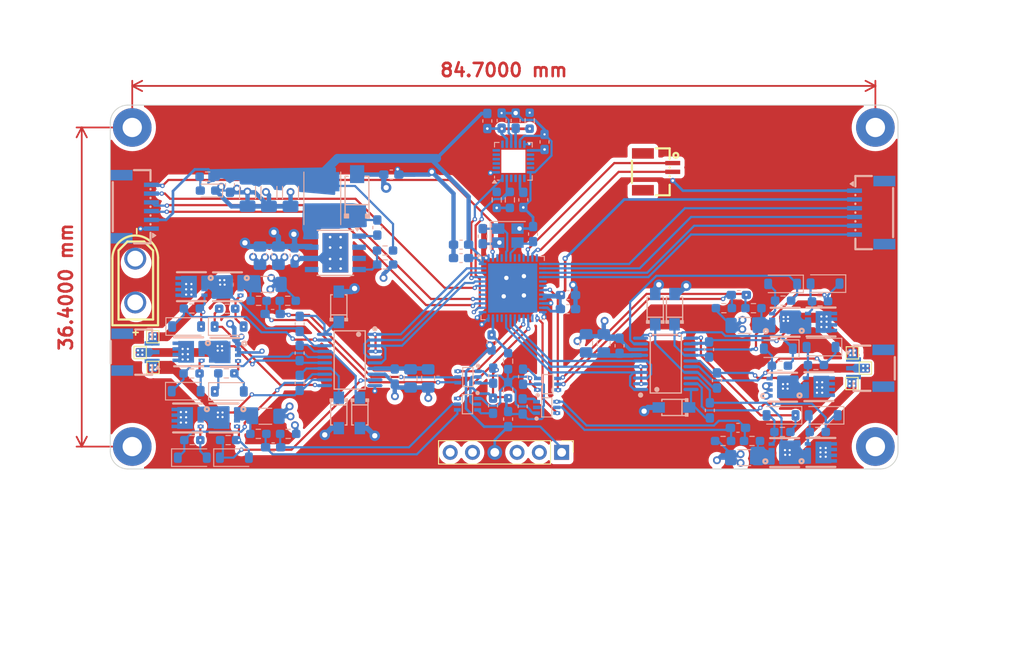
<source format=kicad_pcb>
(kicad_pcb (version 20240108) (generator "pcbnew") (generator_version "8.0")
  (layers (0 "F.Cu" signal) (1 "In1.Cu" signal) (2 "In2.Cu" signal) (31 "B.Cu" signal) (34 "B.Paste" user) (35 "F.Paste" user) (36 "B.SilkS" user "B.Silkscreen") (37 "F.SilkS" user "F.Silkscreen") (38 "B.Mask" user) (39 "F.Mask" user) (44 "Edge.Cuts" user))
  (net 0 "")
  (net 1 "Net-(D8-K)")
  (net 2 "Net-(U3-BOOT)")
  (net 3 "GNDPWR")
  (net 4 "GNDD")
  (net 5 "+3V3")
  (net 6 "+BATT")
  (net 7 "/YI")
  (net 8 "/YO")
  (net 9 "Net-(D1-A)")
  (net 10 "Net-(D9-A)")
  (net 11 "/SWDIO")
  (net 12 "/USART3_TX")
  (net 13 "/SWCLK")
  (net 14 "/USART3_RX")
  (net 15 "Net-(U3-VSENSE)")
  (net 16 "Net-(Q1-S-Pad1)")
  (net 17 "/MPU_INT")
  (net 18 "/TIM1_CH2")
  (net 19 "/TIM1_CH1")
  (net 20 "/TIM1_CH3")
  (net 21 "/TIM8_CH3")
  (net 22 "/TIM8_CH1")
  (net 23 "/SPI1_MISO")
  (net 24 "/TIM8_CH2")
  (net 25 "/SPI1_MOSI")
  (net 26 "/SPI1_SCK")
  (net 30 "Net-(Q8-S-Pad1)")
  (net 31 "Net-(U1-VCC)")
  (net 32 "/NSS1")
  (net 33 "/NSS2")
  (net 34 "/ADC1_IN11")
  (net 35 "/ADC1_IN5")
  (net 36 "Net-(U4-VDD)")
  (net 37 "Net-(U4-REGOUT)")
  (net 38 "Net-(U4-CPOUT)")
  (net 52 "/inverter/2VS1")
  (net 53 "Net-(D2-K)")
  (net 54 "/inverter/2VS2")
  (net 55 "Net-(D3-K)")
  (net 56 "Net-(D4-K)")
  (net 57 "/inverter/2VS3")
  (net 58 "/inverter/1VS1")
  (net 59 "Net-(D7-K)")
  (net 60 "Net-(D10-K)")
  (net 61 "/inverter/1VS2")
  (net 62 "Net-(D11-K)")
  (net 63 "/inverter/1VS3")
  (net 64 "Net-(U2-VCC)")
  (net 69 "/inverter/1HO1")
  (net 70 "Net-(D5-A)")
  (net 71 "/inverter/1LO1")
  (net 72 "Net-(D6-A)")
  (net 73 "/inverter/1HO2")
  (net 74 "/inverter/1LO2")
  (net 75 "/inverter/1HO3")
  (net 76 "/inverter/1LO3")
  (net 77 "Net-(D16-A)")
  (net 78 "/inverter/2HO1")
  (net 79 "Net-(D17-A)")
  (net 80 "Net-(D18-A)")
  (net 81 "/inverter/2HO2")
  (net 82 "Net-(D19-A)")
  (net 83 "Net-(D20-A)")
  (net 84 "/inverter/2HO3")
  (net 85 "Net-(D21-A)")
  (net 86 "/inverter/2LO3")
  (net 87 "/inverter/2LO2")
  (net 88 "/inverter/2LO1")
  (net 98 "/USART2_TX")
  (net 99 "/USART2_RX")
  (net 100 "/I2C1_SCL")
  (net 102 "/ADC2_IN12")
  (net 103 "/SPI3_MOSI")
  (net 105 "/SPI3_MISO")
  (net 106 "/ADC1_IN15")
  (net 107 "Net-(D22-A)")
  (net 108 "Net-(D23-A)")
  (net 109 "Net-(D24-A)")
  (net 110 "Net-(U6-V+)")
  (net 111 "GNDA")
  (net 112 "Net-(U7-V+)")
  (net 113 "Net-(U8-V+)")
  (net 114 "Net-(U9-V+)")
  (net 115 "/VREF")
  (net 116 "/ADC2_IN15")
  (net 117 "Net-(Q12-S-Pad1)")
  (net 118 "Net-(Q16-S-Pad1)")
  (net 119 "/1CS1-")
  (net 120 "/1CS1+")
  (net 121 "/1CS2+")
  (net 122 "/1CS2-")
  (net 123 "/2CS1-")
  (net 124 "/2CS1+")
  (net 125 "/2CS2-")
  (net 126 "/2CS2+")
  (net 127 "/I2C1_SDA")
  (net 128 "/SPI3_SCK")
  (footprint "Connector_PinHeader_2.54mm:PinHeader_1x06_P2.54mm_Vertical" (layer "F.Cu") (at 83.9 70.3 -90)
    (property "Reference" "J2" (hide yes))
    (property "Value" "Conn_01x06")
  )
  (footprint "TestPoint:TestPoint_Pad_1.0x1.0mm" (layer "F.Cu") (at 37.32 60.61)
    (property "Reference" "TP1" (hide yes))
    (property "Value" "TestPoint")
  )
  (footprint "balancerDriver:CONN-TH_XT30UPB-M" (layer "F.Cu") (at 35.3 50.7 -90)
    (property "Reference" "J1" (hide yes))
    (property "Value" "Conn_01x02")
  )
  (footprint "TestPoint:TestPoint_Pad_1.0x1.0mm" (layer "F.Cu") (at 37.3 57.11)
    (property "Reference" "TP3" (hide yes))
    (property "Value" "TestPoint")
  )
  (footprint "" (layer "F.Cu") (at 34.96 33.24)
    (property "Reference" "")
    (property "Value" "")
  )
  (footprint "" (layer "F.Cu") (at 119.66 33.24)
    (property "Reference" "")
    (property "Value" "")
  )
  (footprint "TestPoint:TestPoint_Pad_1.0x1.0mm" (layer "F.Cu") (at 118.52 60.69)
    (property "Reference" "TP5" (hide yes))
    (property "Value" "TestPoint")
  )
  (footprint "TestPoint:TestPoint_Pad_1.0x1.0mm" (layer "F.Cu") (at 35.86 58.91)
    (property "Reference" "TP2" (hide yes))
    (property "Value" "TestPoint")
  )
  (footprint "TestPoint:TestPoint_Pad_1.0x1.0mm" (layer "F.Cu") (at 117.04 58.95)
    (property "Reference" "TP4" (hide yes))
    (property "Value" "TestPoint")
  )
  (footprint "" (layer "F.Cu") (at 119.66 69.64)
    (property "Reference" "")
    (property "Value" "")
  )
  (footprint "TestPoint:TestPoint_Pad_1.0x1.0mm" (layer "F.Cu") (at 116.99 62.45)
    (property "Reference" "TP6" (hide yes))
    (property "Value" "TestPoint")
  )
  (footprint "" (layer "F.Cu") (at 34.96 69.64)
    (property "Reference" "")
    (property "Value" "")
  )
  (footprint "balancerDriver:CONN-SMD_3P-P1.00_WAFER-SH1.0-3PWB" (layer "F.Cu") (at 94.8635 38.3 -90)
    (property "Reference" "J4" (hide yes))
    (property "Value" "Conn_01x03")
  )
  (footprint "Capacitor_SMD:C_1206_3216Metric_Pad1.33x1.80mm_HandSolder" (layer "B.Cu") (at 48.1 40.655 90)
    (property "Reference" "C4" (hide yes))
    (property "Value" "47u")
  )
  (footprint "balancerDriver:SC70-6_L2.1-W1.3-P0.65-LS2.3-BL" (layer "B.Cu") (at 73.22 61.7 -90)
    (property "Reference" "U7" (hide yes))
    (property "Value" "TP181A1-CR")
  )
  (footprint "Resistor_SMD:R_0603_1608Metric_Pad0.98x0.95mm_HandSolder" (layer "B.Cu") (at 52.73 68.19 180)
    (property "Reference" "R23" (hide yes))
    (property "Value" "100R")
  )
  (footprint "balancerDriver:SOD-123FL_L2.7-W1.8-LS3.8-RD" (layer "B.Cu") (at 96.699 65.175 180)
    (property "Reference" "D2" (hide yes))
    (property "Value" "D")
  )
  (footprint "Resistor_SMD:R_0603_1608Metric_Pad0.98x0.95mm_HandSolder" (layer "B.Cu") (at 41.8025 68.9)
    (property "Reference" "R8" (hide yes))
    (property "Value" "10R")
  )
  (footprint "Inductor_SMD:L_Taiyo-Yuden_NR-40xx_HandSoldering" (layer "B.Cu") (at 56.62 41.325 90)
    (property "Reference" "L1" (hide yes))
    (property "Value" "10u")
  )
  (footprint "balancerDriver:POWERTDFN-8_L3.1-W3.1-P0.65-LS3.3-BL" (layer "B.Cu") (at 113.4675 55.429476 90)
    (property "Reference" "Q11" (hide yes))
    (property "Value" "EMB09N03V")
  )
  (footprint "Resistor_SMD:R_0603_1608Metric_Pad0.98x0.95mm_HandSolder" (layer "B.Cu") (at 113.3525 53.071476 180)
    (property "Reference" "R17" (hide yes))
    (property "Value" "10R")
  )
  (footprint "balancerDriver:POWERTDFN-8_L3.1-W3.1-P0.65-LS3.3-BL" (layer "B.Cu") (at 113.215 62.8 90)
    (property "Reference" "Q9" (hide yes))
    (property "Value" "EMB09N03V")
  )
  (footprint "Capacitor_SMD:C_0603_1608Metric_Pad1.08x0.95mm_HandSolder" (layer "B.Cu") (at 54.04 55.644 -90)
    (property "Reference" "C29" (hide yes))
    (property "Value" "100n")
  )
  (footprint "balancerDriver:POWERTDFN-8_L3.1-W3.1-P0.65-LS3.3-BL" (layer "B.Cu") (at 109.3175 70.321476 90)
    (property "Reference" "Q8" (hide yes))
    (property "Value" "EMB09N03V")
  )
  (footprint "Resistor_SMD:R_0603_1608Metric_Pad0.98x0.95mm_HandSolder" (layer "B.Cu") (at 43.55 38.845 180)
    (property "Reference" "R3" (hide yes))
    (property "Value" "4.7k")
  )
  (footprint "Resistor_SMD:R_0603_1608Metric_Pad0.98x0.95mm_HandSolder" (layer "B.Cu") (at 41.72 61.3)
    (property "Reference" "R4" (hide yes))
    (property "Value" "10R")
  )
  (footprint "balancerDriver:POWERTDFN-8_L3.1-W3.1-P0.65-LS3.3-BL" (layer "B.Cu") (at 41.2685 66.375 -90)
    (property "Reference" "Q13" (hide yes))
    (property "Value" "EMB09N03V")
  )
  (footprint "Resistor_SMD:R_0603_1608Metric_Pad0.98x0.95mm_HandSolder" (layer "B.Cu") (at 45.78 53.91)
    (property "Reference" "R19" (hide yes))
    (property "Value" "10R")
  )
  (footprint "Resistor_SMD:R_0603_1608Metric_Pad0.98x0.95mm_HandSolder" (layer "B.Cu") (at 63.7875 48.865)
    (property "Reference" "R2" (hide yes))
    (property "Value" "5.9k")
  )
  (footprint "Diode_SMD:D_SOD-123" (layer "B.Cu") (at 46.0225 63.35)
    (property "Reference" "D22" (hide yes))
    (property "Value" "1N4148W")
  )
  (footprint "Capacitor_SMD:C_0603_1608Metric_Pad1.08x0.95mm_HandSolder" (layer "B.Cu") (at 80.64 45.4 90)
    (property "Reference" "C68" (hide yes))
    (property "Value" "12p")
  )
  (footprint "Capacitor_SMD:C_0603_1608Metric_Pad1.08x0.95mm_HandSolder" (layer "B.Cu") (at 50.96 54.51 180)
    (property "Reference" "C35" (hide yes))
    (property "Value" "1n")
  )
  (footprint "Capacitor_SMD:C_0805_2012Metric_Pad1.18x1.45mm_HandSolder" (layer "B.Cu") (at 66.68 61.8625 -90)
    (property "Reference" "C33" (hide yes))
    (property "Value" "22u")
  )
  (footprint "Diode_SMD:D_SOD-123" (layer "B.Cu") (at 108.6 58.471476 180)
    (property "Reference" "D19" (hide yes))
    (property "Value" "1N4148W")
  )
  (footprint "Capacitor_SMD:C_0603_1608Metric_Pad1.08x0.95mm_HandSolder" (layer "B.Cu") (at 54.04 58.969 -90)
    (property "Reference" "C30" (hide yes))
    (property "Value" "100n")
  )
  (footprint "balancerDriver:CONN-SMD_3P-P1.00_BX-SH1.0-3PWT" (layer "B.Cu") (at 118.8715 60.7035 -90)
    (property "Reference" "CN2" (hide yes))
    (property "Value" "MR30PW-F")
  )
  (footprint "balancerDriver:SC70-6_L2.1-W1.3-P0.65-LS2.3-BL" (layer "B.Cu") (at 73.17 64.8 -90)
    (property "Reference" "U6" (hide yes))
    (property "Value" "TP181A1-CR")
  )
  (footprint "balancerDriver:POWERTDFN-8_L3.1-W3.1-P0.65-LS3.3-BL" (layer "B.Cu") (at 45.535 58.89 -90)
    (property "Reference" "Q14" (hide yes))
    (property "Value" "EMB09N03V")
  )
  (footprint "balancerDriver:POWERTDFN-8_L3.1-W3.1-P0.65-LS3.3-BL" (layer "B.Cu") (at 41.705 51.400714 -90)
    (property "Reference" "Q15" (hide yes))
    (property "Value" "EMB09N03V")
  )
  (footprint "balancerDriver:POWERTDFN-8_L3.1-W3.1-P0.65-LS3.3-BL" (layer "B.Cu") (at 45.4175 66.375 -90)
    (property "Reference" "Q1" (hide yes))
    (property "Value" "EMB09N03V")
  )
  (footprint "Resistor_SMD:R_0603_1608Metric_Pad0.98x0.95mm_HandSolder" (layer "B.Cu") (at 49.33 68.19)
    (property "Reference" "R22" (hide yes))
    (property "Value" "100R")
  )
  (footprint "Capacitor_SMD:C_0603_1608Metric_Pad1.08x0.95mm_HandSolder" (layer "B.Cu") (at 78.66 32.4575 90)
    (property "Reference" "C23" (hide yes))
    (property "Value" "100n")
  )
  (footprint "Resistor_SMD:R_1206_3216Metric_Pad1.30x1.75mm_HandSolder" (layer "B.Cu") (at 104.7215 70.9)
    (property "Reference" "R11" (hide yes))
    (property "Value" "10mR")
  )
  (footprint "Resistor_SMD:R_0603_1608Metric_Pad0.98x0.95mm_HandSolder" (layer "B.Cu") (at 102.3925 53.851476)
    (property "Reference" "R29" (hide yes))
    (property "Value" "100R")
  )
  (footprint "Capacitor_SMD:C_0603_1608Metric_Pad1.08x0.95mm_HandSolder" (layer "B.Cu") (at 46.1 39.775 90)
    (property "Reference" "C8" (hide yes))
    (property "Value" "100n")
  )
  (footprint "Resistor_SMD:R_0603_1608Metric_Pad0.98x0.95mm_HandSolder" (layer "B.Cu") (at 49.36 53.01)
    (property "Reference" "R24" (hide yes))
    (property "Value" "100R")
  )
  (footprint "Resistor_SMD:R_0603_1608Metric_Pad0.98x0.95mm_HandSolder" (layer "B.Cu") (at 45.89 68.9)
    (property "Reference" "R7" (hide yes))
    (property "Value" "10R")
  )
  (footprint "Resistor_SMD:R_0603_1608Metric_Pad0.98x0.95mm_HandSolder" (layer "B.Cu") (at 45.68 61.29)
    (property "Reference" "R5" (hide yes))
    (property "Value" "10R")
  )
  (footprint "Capacitor_SMD:C_0603_1608Metric_Pad1.08x0.95mm_HandSolder" (layer "B.Cu") (at 100.7925 65.507976 90)
    (property "Reference" "C16" (hide yes))
    (property "Value" "100n")
  )
  (footprint "balancerDriver:POWERTDFN-8_L3.1-W3.1-P0.65-LS3.3-BL" (layer "B.Cu") (at 113.4465 70.306476 90)
    (property "Reference" "Q7" (hide yes))
    (property "Value" "EMB09N03V")
  )
  (footprint "Capacitor_SMD:C_0603_1608Metric_Pad1.08x0.95mm_HandSolder" (layer "B.Cu") (at 72.44 46.6075 180)
    (property "Reference" "C19" (hide yes))
    (property "Value" "100n")
  )
  (footprint "Capacitor_SMD:C_0603_1608Metric_Pad1.08x0.95mm_HandSolder" (layer "B.Cu") (at 64.49 38.61)
    (property "Reference" "FB2" (hide yes))
    (property "Value" "FerriteBead")
  )
  (footprint "balancerDriver:POWERTDFN-8_L3.1-W3.1-P0.65-LS3.3-BL" (layer "B.Cu") (at 109.3775 55.456476 90)
    (property "Reference" "Q12" (hide yes))
    (property "Value" "EMB09N03V")
  )
  (footprint "Resistor_SMD:R_0603_1608Metric_Pad0.98x0.95mm_HandSolder" (layer "B.Cu") (at 109.14 52.991476 180)
    (property "Reference" "R18" (hide yes))
    (property "Value" "10R")
  )
  (footprint "Capacitor_SMD:C_0603_1608Metric_Pad1.08x0.95mm_HandSolder" (layer "B.Cu") (at 100.7 58.5625 90)
    (property "Reference" "C26" (hide yes))
    (property "Value" "100n")
  )
  (footprint "Resistor_SMD:R_0603_1608Metric_Pad0.98x0.95mm_HandSolder" (layer "B.Cu") (at 63.77 47.275 180)
    (property "Reference" "R1" (hide yes))
    (property "Value" "10k")
  )
  (footprint "Package_SO:TI_SO-PowerPAD-8_ThermalVias" (layer "B.Cu") (at 58.11 47.54 180)
    (property "Reference" "U3" (hide yes))
    (property "Value" "TPS5430DDA")
  )
  (footprint "Sensor_Motion:InvenSense_QFN-24_4x4mm_P0.5mm" (layer "B.Cu") (at 78.4 37.1)
    (property "Reference" "U4" (hide yes))
    (property "Value" "MPU-6050")
  )
  (footprint "Capacitor_SMD:C_0805_2012Metric_Pad1.18x1.45mm_HandSolder" (layer "B.Cu") (at 88.7 57.8625 90)
    (property "Reference" "C12" (hide yes))
    (property "Value" "22u")
  )
  (footprint "Resistor_SMD:R_0603_1608Metric_Pad0.98x0.95mm_HandSolder" (layer "B.Cu") (at 105.6 69 180)
    (property "Reference" "R26" (hide yes))
    (property "Value" "100R")
  )
  (footprint "Resistor_SMD:R_0603_1608Metric_Pad0.98x0.95mm_HandSolder" (layer "B.Cu") (at 109.0615 67.971476 180)
    (property "Reference" "R14" (hide yes))
    (property "Value" "10R")
  )
  (footprint "balancerDriver:SOD-123FL_L2.7-W1.8-LS3.8-RD" (layer "B.Cu") (at 58.5 53.7 90)
    (property "Reference" "D7" (hide yes))
    (property "Value" "D")
  )
  (footprint "Capacitor_SMD:C_0805_2012Metric_Pad1.18x1.45mm_HandSolder" (layer "B.Cu") (at 51.62 47.855 90)
    (property "Reference" "C5" (hide yes))
    (property "Value" "22u")
  )
  (footprint "Package_DFN_QFN:QFN-48-1EP_7x7mm_P0.5mm_EP5.6x5.6mm" (layer "B.Cu") (at 78.32 51.5575 -90)
    (property "Reference" "U5" (hide yes))
    (property "Value" "STM32G431CBUx")
  )
  (footprint "balancerDriver:SC70-6_L2.1-W1.3-P0.65-LS2.3-BL" (layer "B.Cu") (at 82.19 65.170242 90)
    (property "Reference" "U8" (hide yes))
    (property "Value" "TP181A1-CR")
  )
  (footprint "Capacitor_SMD:C_0603_1608Metric_Pad1.08x0.95mm_HandSolder" (layer "B.Cu") (at 75.92 57.7575 -90)
    (property "Reference" "C21" (hide yes))
    (property "Value" "470n")
  )
  (footprint "Capacitor_SMD:C_0603_1608Metric_Pad1.08x0.95mm_HandSolder" (layer "B.Cu") (at 79.5 61.670242 90)
    (property "Reference" "C27" (hide yes))
    (property "Value" "100n")
  )
  (footprint "Capacitor_SMD:C_0603_1608Metric_Pad1.08x0.95mm_HandSolder" (layer "B.Cu") (at 84.62 53.9575)
    (property "Reference" "C18" (hide yes))
    (property "Value" "100n")
  )
  (footprint "balancerDriver:SOD-123FL_L2.7-W1.8-LS3.8-RD" (layer "B.Cu") (at 94.5675 53.967024 90)
    (property "Reference" "D3" (hide yes))
    (property "Value" "D")
  )
  (footprint "Resistor_SMD:R_1206_3216Metric_Pad1.30x1.75mm_HandSolder" (layer "B.Cu") (at 50.13 66.18 180)
    (property "Reference" "R9" (hide yes))
    (property "Value" "10mR")
  )
  (footprint "Diode_SMD:D_SOD-123" (layer "B.Cu") (at 113.92 51.051476 180)
    (property "Reference" "D20" (hide yes))
    (property "Value" "1N4148W")
  )
  (footprint "balancerDriver:POWERTDFN-8_L3.1-W3.1-P0.65-LS3.3-BL" (layer "B.Cu") (at 45.814 51.41 -90)
    (property "Reference" "Q16" (hide yes))
    (property "Value" "EMB09N03V")
  )
  (footprint "Capacitor_SMD:C_0603_1608Metric_Pad1.08x0.95mm_HandSolder" (layer "B.Cu") (at 79.53 41.5 -90)
    (property "Reference" "C24" (hide yes))
    (property "Value" "2.2n")
  )
  (footprint "Capacitor_SMD:C_0603_1608Metric_Pad1.08x0.95mm_HandSolder" (layer "B.Cu") (at 77.06 32.4575 90)
    (property "Reference" "C22" (hide yes))
    (property "Value" "100n")
  )
  (footprint "Capacitor_SMD:C_0603_1608Metric_Pad1.08x0.95mm_HandSolder" (layer "B.Cu") (at 74.9 45.6475 -90)
    (property "Reference" "C67" (hide yes))
    (property "Value" "12p")
  )
  (footprint "balancerDriver:SMA_L4.3-W2.6-LS5.0-RD" (layer "B.Cu") (at 60.58 40.965 90)
    (property "Reference" "D8" (hide yes))
    (property "Value" "1N5712UR")
  )
  (footprint "Diode_SMD:D_SOD-123" (layer "B.Cu") (at 108.909 66.071476 180)
    (property "Reference" "D17" (hide yes))
    (property "Value" "1N4148W")
  )
  (footprint "balancerDriver:eg2133" (layer "B.Cu") (at 95.77 60.2 90)
    (property "Reference" "U1" (hide yes))
    (property "Value" "EG2133")
  )
  (footprint "balancerDriver:SOD-123FL_L2.7-W1.8-LS3.8-RD" (layer "B.Cu") (at 60.9 65.8 -90)
    (property "Reference" "D10" (hide yes))
    (property "Value" "D")
  )
  (footprint "Resistor_SMD:R_0603_1608Metric_Pad0.98x0.95mm_HandSolder" (layer "B.Cu") (at 41.75 53.89)
    (property "Reference" "R6" (hide yes))
    (property "Value" "10R")
  )
  (footprint "balancerDriver:CONN-SMD_6P-P1.00_MEGASTAR_ZX-SH1.0-6PWT" (layer "B.Cu") (at 35.44 42.28 90)
    (property "Reference" "J5" (hide yes))
    (property "Value" "Conn_01x06")
  )
  (footprint "Resistor_SMD:R_1206_3216Metric_Pad1.30x1.75mm_HandSolder" (layer "B.Cu") (at 50.37 51.14 180)
    (property "Reference" "R10" (hide yes))
    (property "Value" "10mR")
  )
  (footprint "Capacitor_SMD:C_0603_1608Metric_Pad1.08x0.95mm_HandSolder" (layer "B.Cu") (at 84.62 52.3575)
    (property "Reference" "C20" (hide yes))
    (property "Value" "100n")
  )
  (footprint "Capacitor_SMD:C_0805_2012Metric_Pad1.18x1.45mm_HandSolder" (layer "B.Cu") (at 86.69 57.8625 90)
    (property "Reference" "C14" (hide yes))
    (property "Value" "22u")
  )
  (footprint "Capacitor_SMD:C_0603_1608Metric_Pad1.08x0.95mm_HandSolder" (layer "B.Cu") (at 90.5 58.1375 90)
    (property "Reference" "C15" (hide yes))
    (property "Value" "100n")
  )
  (footprint "Diode_SMD:D_SOD-123" (layer "B.Cu") (at 113.7115 66.071476 180)
    (property "Reference" "D16" (hide yes))
    (property "Value" "1N4148W")
  )
  (footprint "Capacitor_SMD:C_0603_1608Metric_Pad1.08x0.95mm_HandSolder" (layer "B.Cu") (at 62.89 44.655 90)
    (property "Reference" "C1" (hide yes))
    (property "Value" "10n")
  )
  (footprint "Crystal:Crystal_SMD_SeikoEpson_FA238-4Pin_3.2x2.5mm" (layer "B.Cu") (at 77.77 45.57)
    (property "Reference" "Y1" (hide yes))
    (property "Value" "25MHz")
  )
  (footprint "balancerDriver:SOD-123FL_L2.7-W1.8-LS3.8-RD" (layer "B.Cu") (at 96.7675 53.967024 90)
    (property "Reference" "D4" (hide yes))
    (property "Value" "D")
  )
  (footprint "Capacitor_SMD:C_0603_1608Metric_Pad1.08x0.95mm_HandSolder" (layer "B.Cu") (at 104 67.5)
    (property "Reference" "C36" (hide yes))
    (property "Value" "1n")
  )
  (footprint "Capacitor_SMD:C_0603_1608Metric_Pad1.08x0.95mm_HandSolder" (layer "B.Cu") (at 76.078778 64.979516 -90)
    (property "Reference" "C9" (hide yes))
    (property "Value" "100n")
  )
  (footprint "Capacitor_SMD:C_1206_3216Metric_Pad1.33x1.80mm_HandSolder" (layer "B.Cu") (at 53 40.675 90)
    (property "Reference" "C2" (hide yes))
    (property "Value" "47u")
  )
  (footprint "Diode_SMD:D_SOD-123" (layer "B.Cu") (at 41.11 63.32)
    (property "Reference" "D9" (hide yes))
    (property "Value" "1N4148W")
  )
  (footprint "Resistor_SMD:R_1206_3216Metric_Pad1.30x1.75mm_HandSolder" (layer "B.Cu") (at 104.7625 55.821476)
    (property "Reference" "R12" (hide yes))
    (property "Value" "10mR")
  )
  (footprint "balancerDriver:eg2133" (layer "B.Cu") (at 59.74 59.76 -90)
    (property "Reference" "U2" (hide yes))
    (property "Value" "EG2133")
  )
  (footprint "Resistor_SMD:R_0603_1608Metric_Pad0.98x0.95mm_HandSolder" (layer "B.Cu") (at 80.26 32.47 90)
    (property "Reference" "R49" (hide yes))
    (property "Value" "10k")
  )
  (footprint "Capacitor_SMD:C_0603_1608Metric_Pad1.08x0.95mm_HandSolder" (layer "B.Cu") (at 77.8 66.5 -90)
    (property "Reference" "FB3" (hide yes))
    (property "Value" "FerriteBead")
  )
  (footprint "Capacitor_SMD:C_0603_1608Metric_Pad1.08x0.95mm_HandSolder" (layer "B.Cu") (at 81.95 34.8875 90)
    (property "Reference" "C13" (hide yes))
    (property "Value" "10n")
  )
  (footprint "LED_SMD:LED_0603_1608Metric_Pad1.05x0.95mm_HandSolder" (layer "B.Cu") (at 43.592414 40.4375 180)
    (property "Reference" "D1" (hide yes))
    (property "Value" "LED")
  )
  (footprint "Capacitor_SMD:C_0603_1608Metric_Pad1.08x0.95mm_HandSolder" (layer "B.Cu") (at 64.88 61.65 -90)
    (property "Reference" "C32" (hide yes))
    (property "Value" "100n")
  )
  (footprint "balancerDriver:SOD-123FL_L2.7-W1.8-LS3.8-RD" (layer "B.Cu") (at 58.5 65.8 -90)
    (property "Reference" "D11" (hide yes))
    (property "Value" "D")
  )
  (footprint "balancerDriver:CONN-SMD_6P-P1.00_MEGASTAR_ZX-SH1.0-6PWT" (layer "B.Cu") (at 118.98 42.95 -90)
    (property "Reference" "J3" (hide yes))
    (property "Value" "Conn_01x06")
  )
  (footprint "Capacitor_SMD:C_0603_1608Metric_Pad1.08x0.95mm_HandSolder" (layer "B.Cu") (at 72.4375 48.1375 180)
    (property "Reference" "C17" (hide yes))
    (property "Value" "100n")
  )
  (footprint "Diode_SMD:D_SOD-123" (layer "B.Cu") (at 113.4675 58.291476 180)
    (property "Reference" "D18" (hide yes))
    (property "Value" "1N4148W")
  )
  (footprint "Resistor_SMD:R_0603_1608Metric_Pad0.98x0.95mm_HandSolder" (layer "B.Cu") (at 77.8 59.9 -90)
    (property "Reference" "R20" (hide yes))
    (property "Value" "10k")
  )
  (footprint "Diode_SMD:D_SOD-123" (layer "B.Cu") (at 41.1525 55.94)
    (property "Reference" "D23" (hide yes))
    (property "Value" "1N4148W")
  )
  (footprint "Resistor_SMD:R_0603_1608Metric_Pad0.98x0.95mm_HandSolder" (layer "B.Cu") (at 108.78 60.411476 180)
    (property "Reference" "R16" (hide yes))
    (property "Value" "10R")
  )
  (footprint "Diode_SMD:D_SOD-123" (layer "B.Cu") (at 46 55.95)
    (property "Reference" "D24" (hide yes))
    (property "Value" "1N4148W")
  )
  (footprint "Capacitor_SMD:C_1206_3216Metric_Pad1.33x1.80mm_HandSolder" (layer "B.Cu") (at 50.54 40.675 90)
    (property "Reference" "C3" (hide yes))
    (property "Value" "47u")
  )
  (footprint "balancerDriver:POWERTDFN-8_L3.1-W3.1-P0.65-LS3.3-BL" (layer "B.Cu") (at 109.085 62.866476 90)
    (property "Reference" "Q10" (hide yes))
    (property "Value" "EMB09N03V")
  )
  (footprint "Resistor_SMD:R_0603_1608Metric_Pad0.98x0.95mm_HandSolder" (layer "B.Cu") (at 52.68 53.01 180)
    (property "Reference" "R25" (hide yes))
    (property "Value" "100R")
  )
  (footprint "balancerDriver:CONN-SMD_3P-P1.00_BX-SH1.0-3PWT" (layer "B.Cu") (at 35.5185 58.8665 90)
    (property "Reference" "CN1" (hide yes))
    (property "Value" "MR30PW-F")
  )
  (footprint "Resistor_SMD:R_0603_1608Metric_Pad0.98x0.95mm_HandSolder" (layer "B.Cu") (at 78 41.5 90)
    (property "Reference" "R73" (hide yes))
    (property "Value" "4.7k")
  )
  (footprint "Diode_SMD:D_SOD-123" (layer "B.Cu") (at 109.09 51.081476 180)
    (property "Reference" "D21" (hide yes))
    (property "Value" "1N4148W")
  )
  (footprint "Resistor_SMD:R_0603_1608Metric_Pad0.98x0.95mm_HandSolder" (layer "B.Cu") (at 102.3 69)
    (property "Reference" "R27" (hide yes))
    (property "Value" "100R")
  )
  (footprint "Capacitor_SMD:C_0603_1608Metric_Pad1.08x0.95mm_HandSolder" (layer "B.Cu") (at 51.02 69.72 180)
    (property "Reference" "C28" (hide yes))
    (property "Value" "1n")
  )
  (footprint "Capacitor_SMD:C_0603_1608Metric_Pad1.08x0.95mm_HandSolder" (layer "B.Cu") (at 76.1 61.55 -90)
    (property "Reference" "C10" (hide yes))
    (property "Value" "100n")
  )
  (footprint "Diode_SMD:D_SOD-123" (layer "B.Cu") (at 41.8025 70.9)
    (property "Reference" "D5" (hide yes))
    (property "Value" "1N4148W")
  )
  (footprint "Capacitor_SMD:C_0603_1608Metric_Pad1.08x0.95mm_HandSolder" (layer "B.Cu") (at 101.6 62.1 90)
    (property "Reference" "C25" (hide yes))
    (property "Value" "100n")
  )
  (footprint "Capacitor_SMD:C_0603_1608Metric_Pad1.08x0.95mm_HandSolder" (layer "B.Cu") (at 53.46 47.835 90)
    (property "Reference" "C7" (hide yes))
    (property "Value" "100n")
  )
  (footprint "Capacitor_SMD:C_0603_1608Metric_Pad1.08x0.95mm_HandSolder" (layer "B.Cu") (at 79.46 65.060726 90)
    (property "Reference" "C11" (hide yes))
    (property "Value" "100n")
  )
  (footprint "Capacitor_SMD:C_0603_1608Metric_Pad1.08x0.95mm_HandSolder" (layer "B.Cu") (at 104.0925 52.341476)
    (property "Reference" "C37" (hide yes))
    (property "Value" "1n")
  )
  (footprint "Resistor_SMD:R_0603_1608Metric_Pad0.98x0.95mm_HandSolder" (layer "B.Cu") (at 105.7625 53.851476 180)
    (property "Reference" "R28" (hide yes))
    (property "Value" "100R")
  )
  (footprint "Capacitor_SMD:C_0805_2012Metric_Pad1.18x1.45mm_HandSolder" (layer "B.Cu") (at 68.68 61.8625 -90)
    (property "Reference" "C34" (hide yes))
    (property "Value" "22u")
  )
  (footprint "Resistor_SMD:R_0603_1608Metric_Pad0.98x0.95mm_HandSolder" (layer "B.Cu") (at 112.88 60.331476 180)
    (property "Reference" "R15" (hide yes))
    (property "Value" "10R")
  )
  (footprint "Resistor_SMD:R_0603_1608Metric_Pad0.98x0.95mm_HandSolder" (layer "B.Cu") (at 76.5 41.5 90)
    (property "Reference" "R72" (hide yes))
    (property "Value" "4.7k")
  )
  (footprint "Resistor_SMD:R_0603_1608Metric_Pad0.98x0.95mm_HandSolder" (layer "B.Cu") (at 77.8 63.2 -90)
    (property "Reference" "R21" (hide yes))
    (property "Value" "10k")
  )
  (footprint "balancerDriver:POWERTDFN-8_L3.1-W3.1-P0.65-LS3.3-BL" (layer "B.Cu") (at 41.385 58.83 -90)
    (property "Reference" "Q2" (hide yes))
    (property "Value" "EMB09N03V")
  )
  (footprint "Diode_SMD:D_SOD-123" (layer "B.Cu") (at 46.6025 70.9)
    (property "Reference" "D6" (hide yes))
    (property "Value" "1N4148W")
  )
  (footprint "Capacitor_SMD:C_0603_1608Metric_Pad1.08x0.95mm_HandSolder" (layer "B.Cu") (at 75.43 32.5 -90)
    (property "Reference" "FB1" (hide yes))
    (property "Value" "FerriteBead")
  )
  (footprint "Resistor_SMD:R_0603_1608Metric_Pad0.98x0.95mm_HandSolder" (layer "B.Cu") (at 113.0915 67.971476 180)
    (property "Reference" "R13" (hide yes))
    (property "Value" "10R")
  )
  (footprint "Capacitor_SMD:C_0805_2012Metric_Pad1.18x1.45mm_HandSolder" (layer "B.Cu") (at 49.52 47.855 90)
    (property "Reference" "C6" (hide yes))
    (property "Value" "22u")
  )
  (footprint "Capacitor_SMD:C_0603_1608Metric_Pad1.08x0.95mm_HandSolder" (layer "B.Cu") (at 54.04 62.369 -90)
    (property "Reference" "C31" (hide yes))
    (property "Value" "100n")
  )
  (footprint "balancerDriver:SC70-6_L2.1-W1.3-P0.65-LS2.3-BL" (layer "B.Cu") (at 82.3 62.520242 90)
    (property "Reference" "U9" (hide yes))
    (property "Value" "TP181A1-CR")
  )
  (gr_line (start 32.454998 70.19) (end 32.454998 32.69) (stroke (width 0.1)) (layer "Edge.Cuts"))
  (gr_arc (start 34.454998 72.19) (mid 33.040786 71.604213) (end 32.454998 70.19) (stroke (width 0.1)) (layer "Edge.Cuts"))
  (gr_line (start 120.235841 72.19) (end 119.354998 72.19) (stroke (width 0.1)) (layer "Edge.Cuts"))
  (gr_arc (start 120.235841 30.69) (mid 121.650063 31.275795) (end 122.235841 32.69) (stroke (width 0.1)) (layer "Edge.Cuts"))
  (gr_line (start 122.235841 32.69) (end 122.235841 70.19) (stroke (width 0.1)) (layer "Edge.Cuts"))
  (gr_line (start 34.454998 30.69) (end 119.354998 30.69) (stroke (width 0.1)) (layer "Edge.Cuts"))
  (gr_arc (start 122.235841 70.19) (mid 121.650051 71.604193) (end 120.235841 72.19) (stroke (width 0.1)) (layer "Edge.Cuts"))
  (gr_arc (start 32.454998 32.69) (mid 33.040784 31.275786) (end 34.454998 30.69) (stroke (width 0.1)) (layer "Edge.Cuts"))
  (gr_line (start 119.354998 72.19) (end 34.454998 72.19) (stroke (width 0.1)) (layer "Edge.Cuts"))
  (gr_line (start 119.354998 30.69) (end 120.235841 30.69) (stroke (width 0.1)) (layer "Edge.Cuts"))
  (dimension (type aligned) (layer "F.Cu") (pts (xy 34.96 33.24) (xy 34.96 69.64)) (height 5.759999) (gr_text "36.4000 mm" (at 27.400001 51.44 90) (layer "F.Cu") (effects (font (size 1.5 1.5) (thickness 0.3)))) (format (prefix "") (suffix "") (units 3) (units_format 1) (precision 4)) (style (thickness 0.2) (arrow_length 1.27) (text_position_mode 0) (extension_height 0.58642) (extension_offset 0.5) keep_text_aligned))
  (dimension (type aligned) (layer "F.Cu") (pts (xy 34.96 33.24) (xy 119.66 33.24)) (height -4.74) (gr_text "84.7000 mm" (at 77.31 26.7 0) (layer "F.Cu") (effects (font (size 1.5 1.5) (thickness 0.3)))) (format (prefix "") (suffix "") (units 3) (units_format 1) (precision 4)) (style (thickness 0.2) (arrow_length 1.27) (text_position_mode 0) (extension_height 0.58642) (extension_offset 0.5) keep_text_aligned))
  (segment (start 62.89 43.7925) (end 60.9945 43.7925) (width 0.25) (layer "B.Cu") (net 1))
  (segment (start 60.9945 43.7925) (end 60.571 43.369) (width 0.25) (layer "B.Cu") (net 1))
  (segment (start 62.7725 45.635) (end 62.89 45.5175) (width 0.25) (layer "B.Cu") (net 2))
  (segment (start 60.81 45.635) (end 62.7725 45.635) (width 0.25) (layer "B.Cu") (net 2))
  (via (at 50.8 50.4) (size 0.9) (drill 0.5) (layers "F.Cu" "B.Cu") (net 3))
  (via (at 48.087037 40.553707) (size 0.9) (drill 0.5) (layers "F.Cu" "B.Cu") (net 3))
  (via (at 51.093642 48.05445) (size 0.9) (drill 0.5) (layers "F.Cu" "B.Cu") (net 3))
  (via (at 48.727243 48.002057) (size 0.9) (drill 0.5) (layers "F.Cu" "B.Cu") (net 3))
  (via (at 107.193311 62.739001) (size 0.9) (drill 0.5) (layers "F.Cu" "B.Cu") (net 3))
  (via (at 52.9 65.05) (size 0.9) (drill 0.5) (layers "F.Cu" "B.Cu") (net 3))
  (via (at 53 66.2) (size 0.9) (drill 0.5) (layers "F.Cu" "B.Cu") (net 3))
  (via (at 49.751194 58.757139) (size 0.6) (drill 0.3) (layers "F.Cu" "B.Cu") (net 3))
  (via (at 63.6 50.4) (size 0.9) (drill 0.5) (layers "F.Cu" "B.Cu") (net 3))
  (via (at 64.9 63.9) (size 0.9) (drill 0.5) (layers "F.Cu" "B.Cu") (net 3))
  (via (at 107.216502 63.846476) (size 0.9) (drill 0.5) (layers "F.Cu" "B.Cu") (net 3))
  (via (at 104.4925 56.245476) (size 0.9) (drill 0.5) (layers "F.Cu" "B.Cu") (net 3))
  (via (at 101.6 71.2) (size 0.9) (drill 0.5) (layers "F.Cu" "B.Cu") (net 3))
  (via (at 68.7 64.1) (size 0.9) (drill 0.5) (layers "F.Cu" "B.Cu") (net 3))
  (via (at 52.311901 48.029489) (size 0.9) (drill 0.5) (layers "F.Cu" "B.Cu") (net 3))
  (via (at 46.1 55.635145) (size 0.9) (drill 0.5) (layers "F.Cu" "B.Cu") (net 3))
  (via (at 45.1 40) (size 0.9) (drill 0.5) (layers "F.Cu" "B.Cu") (net 3))
  (via (at 47.406998 57.1) (size 0.7) (drill 0.4) (layers "F.Cu" "B.Cu") (net 3))
  (via (at 88.8 55.3) (size 0.9) (drill 0.5) (layers "F.Cu" "B.Cu") (net 3))
  (via (at 104.515085 55.194061) (size 0.9) (drill 0.5) (layers "F.Cu" "B.Cu") (net 3))
  (via (at 46.893103 40.214985) (size 0.9) (drill 0.5) (layers "F.Cu" "B.Cu") (net 3))
  (via (at 104.3 71.5) (size 0.9) (drill 0.5) (layers "F.Cu" "B.Cu") (net 3))
  (via (at 50.2 40.6) (size 0.9) (drill 0.5) (layers "F.Cu" "B.Cu") (net 3))
  (via (at 50.7 51.7) (size 0.9) (drill 0.5) (layers "F.Cu" "B.Cu") (net 3))
  (via (at 53.5 67.2) (size 0.9) (drill 0.5) (layers "F.Cu" "B.Cu") (net 3))
  (via (at 104.3 70.5) (size 0.9) (drill 0.5) (layers "F.Cu" "B.Cu") (net 3))
  (via (at 53.605553 48.16) (size 0.9) (drill 0.5) (layers "F.Cu" "B.Cu") (net 3))
  (via (at 85.7 57.6) (size 0.9) (drill 0.5) (layers "F.Cu" "B.Cu") (net 3))
  (via (at 53 40.6) (size 0.9) (drill 0.5) (layers "F.Cu" "B.Cu") (net 3))
  (via (at 50.090243 48.051153) (size 0.9) (drill 0.5) (layers "F.Cu" "B.Cu") (net 3))
  (via blind (at 63.9 40.1) (size 1.2) (drill 0.6) (layers "In1.Cu" "B.Cu") (net 3))
  (segment (start 64.88 62.5125) (end 64.88 63.88) (width 0.5) (layer "B.Cu") (net 3))
  (segment (start 49.52 48.794814) (end 48.727243 48.002057) (width 0.5) (layer "B.Cu") (net 3))
  (segment (start 90.1625 57.0485) (end 90.5 57.386) (width 0.4) (layer "B.Cu") (net 3))
  (segment (start 51.62 48.8925) (end 51.62 48.72139) (width 0.5) (layer "B.Cu") (net 3))
  (segment (start 101.6 71.2) (end 102.158524 70.641476) (width 0.5) (layer "B.Cu") (net 3))
  (segment (start 52.98 66.18) (end 53 66.2) (width 0.5) (layer "B.Cu") (net 3))
  (segment (start 53 42.2375) (end 48.12 42.2375) (width 0.5) (layer "B.Cu") (net 3))
  (segment (start 44.467414 40.4375) (end 44.6625 40.4375) (width 0.5) (layer "B.Cu") (net 3))
  (segment (start 107.390836 62.541476) (end 107.193311 62.739001) (width 0.5) (layer "B.Cu") (net 3))
  (segment (start 46.6 57.495) (end 47.02 57.915) (width 0.5) (layer "B.Cu") (net 3))
  (segment (start 55.41 48.175) (end 57.475 48.175) (width 0.5) (layer "B.Cu") (net 3))
  (segment (start 56.345 48.175) (end 57.51 49.34) (width 0.5) (layer "B.Cu") (net 3))
  (segment (start 53.46 48.305553) (end 53.605553 48.16) (width 0.5) (layer "B.Cu") (net 3))
  (segment (start 53.5925 53.01) (end 53.5925 52.8125) (width 0.25) (layer "B.Cu") (net 3))
  (segment (start 68.68 64.08) (end 68.7 64.1) (width 0.5) (layer "B.Cu") (net 3))
  (segment (start 48.1 40.56667) (end 48.1 42.2175) (width 0.5) (layer "B.Cu") (net 3))
  (segment (start 51.62 48.72139) (end 52.311901 48.029489) (width 0.5) (layer "B.Cu") (net 3))
  (segment (start 51.26 51.14) (end 50.7 51.7) (width 0.5) (layer "B.Cu") (net 3))
  (segment (start 53.46 48.6975) (end 53.9825 48.175) (width 0.6) (layer "B.Cu") (net 3))
  (segment (start 101.48 54.088976) (end 103.2125 55.821476) (width 0.25) (layer "B.Cu") (net 3))
  (segment (start 49.52 48.8925) (end 49.52 48.621396) (width 0.5) (layer "B.Cu") (net 3))
  (segment (start 49.52 48.8925) (end 49.52 48.794814) (width 0.5) (layer "B.Cu") (net 3))
  (segment (start 60.589 38.561) (end 60.401 38.561) (width 0.5) (layer "B.Cu") (net 3))
  (segment (start 63.7525 61.385) (end 62.611 61.385) (width 0.4) (layer "B.Cu") (net 3))
  (segment (start 90.5 57.386) (end 89.0375 57.386) (width 0.4) (layer "B.Cu") (net 3))
  (segment (start 68.68 62.9) (end 65.2675 62.9) (width 0.5) (layer "B.Cu") (net 3))
  (segment (start 50.54 40.94) (end 50.2 40.6) (width 0.5) (layer "B.Cu") (net 3))
  (segment (start 49.52 48.621396) (end 50.090243 48.051153) (width 0.5) (layer "B.Cu") (net 3))
  (segment (start 51.92 51.14) (end 51.26 51.14) (width 0.5) (layer "B.Cu") (net 3))
  (segment (start 103.6365 56.245476) (end 103.2125 55.821476) (width 0.5) (layer "B.Cu") (net 3))
  (segment (start 60.589 38.561) (end 60.589 38.471) (width 0.5) (layer "B.Cu") (net 3))
  (segment (start 47.02 59.215) (end 47.3285 58.9065) (width 0.3) (layer "B.Cu") (net 3))
  (segment (start 103.2125 55.821476) (end 103.88767 55.821476) (width 0.5) (layer "B.Cu") (net 3))
  (segment (start 46.1 40.6375) (end 48.94 40.6375) (width 0.5) (layer "B.Cu") (net 3))
  (segment (start 48.12 42.2375) (end 48.1 42.2175) (width 0.5) (layer "B.Cu") (net 3))
  (segment (start 47.02 57.486998) (end 47.02 58.565) (width 0.4) (layer "B.Cu") (net 3))
  (segment (start 53.5925 52.8125) (end 51.92 51.14) (width 0.25) (layer "B.Cu") (net 3))
  (segment (start 55.41 48.175) (end 56.275 48.175) (width 0.5) (layer "B.Cu") (net 3))
  (segment (start 51.62 48.580808) (end 51.093642 48.05445) (width 0.5) (layer "B.Cu") (net 3))
  (segment (start 57.475 48.175) (end 58.11 47.54) (width 0.5) (layer "B.Cu") (net 3))
  (segment (start 107.221502 63.841476) (end 107.6 63.841476) (width 0.5) (layer "B.Cu") (net 3))
  (segment (start 53.6425 67.3425) (end 53.5 67.2) (width 0.5) (layer "B.Cu") (net 3))
  (segment (start 46.470588 40.6375) (end 46.893103 40.214985) (width 0.5) (layer "B.Cu") (net 3))
  (segment (start 60.589 38.561) (end 60.539 38.561) (width 0.5) (layer "B.Cu") (net 3))
  (segment (start 68.68 62.9) (end 68.68 64.08) (width 0.5) (layer "B.Cu") (net 3))
  (segment (start 46.1 55.635145) (end 46.6 56.135145) (width 0.5) (layer "B.Cu") (net 3))
  (segment (start 47.406998 57.1) (end 47.02 57.486998) (width 0.4) (layer "B.Cu") (net 3))
  (segment (start 89.0375 57.386) (end 88.7 57.0485) (width 0.4) (layer "B.Cu") (net 3))
  (segment (start 47.3285 58.9065) (end 49.601833 58.9065) (width 0.3) (layer "B.Cu") (net 3))
  (segment (start 51.77 66.18) (end 52.9 65.05) (width 0.5) (layer "B.Cu") (net 3))
  (segment (start 60.589 38.471) (end 60.9 38.16) (width 0.5) (layer "B.Cu") (net 3))
  (segment (start 55.41 48.175) (end 56.345 48.175) (width 0.5) (layer "B.Cu") (net 3))
  (segment (start 46.1 40.6375) (end 46.470588 40.6375) (width 0.5) (layer "B.Cu") (net 3))
  (segment (start 46.267414 42.2375) (end 44.467414 40.4375) (width 0.5) (layer "B.Cu") (net 3))
  (segment (start 63.6275 38.61) (end 63.6275 39.8275) (width 0.6) (layer "B.Cu") (net 3))
  (segment (start 63.6275 38.61) (end 60.638 38.61) (width 0.5) (layer "B.Cu") (net 3))
  (segment (start 57.445 48.175) (end 57.51 48.24) (width 0.6) (layer "B.Cu") (net 3))
  (segment (start 88.7 55.4) (end 88.8 55.3) (width 0.5) (layer "B.Cu") (net 3))
  (segment (start 107.6 62.541476) (end 107.390836 62.541476) (width 0.5) (layer "B.Cu") (net 3))
  (segment (start 46.6 56.135145) (end 46.6 57.495) (width 0.5) (layer "B.Cu") (net 3))
  (segment (start 64.88 62.5125) (end 63.7525 61.385) (width 0.4) (layer "B.Cu") (net 3))
  (segment (start 53.620553 48.175) (end 53.605553 48.16) (width 0.5) (layer "B.Cu") (net 3))
  (segment (start 55.41 48.175) (end 53.620553 48.175) (width 0.5) (layer "B.Cu") (net 3))
  (segment (start 86.69 57.0485) (end 90.1625 57.0485) (width 0.4) (layer "B.Cu") (net 3))
  (segment (start 92.899 58.575) (end 91.689 58.575) (width 0.4) (layer "B.Cu") (net 3))
  (segment (start 45.9 40.4375) (end 46.1 40.6375) (width 0.25) (layer "B.Cu") (net 3))
  (segment (start 63.6 49.965) (end 64.7 48.865) (width 0.5) (layer "B.Cu") (net 3))
  (segment (start 50.54 42.2375) (end 50.54 40.94) (width 0.5) (layer "B.Cu") (net 3))
  (segment (start 104.4925 56.245476) (end 103.6365 56.245476) (width 0.5) (layer "B.Cu") (net 3))
  (segment (start 64.88 63.88) (end 64.9 63.9) (width 0.5) (layer "B.Cu") (net 3))
  (segment (start 44.467414 40.4375) (end 45.9 40.4375) (width 0.25) (layer "B.Cu") (net 3))
  (segment (start 44.6625 40.4375) (end 45.1 40) (width 0.5) (layer "B.Cu") (net 3))
  (segment (start 103.7015 71.171476) (end 103.1715 70.641476) (width 0.5) (layer "B.Cu") (net 3))
  (segment (start 53.6425 68.19) (end 53.6425 67.3425) (width 0.5) (layer "B.Cu") (net 3))
  (segment (start 86.955622 57.0485) (end 88.7 57.0485) (width 0.5) (layer "B.Cu") (net 3))
  (segment (start 101.48 53.851476) (end 101.48 54.088976) (width 0.25) (layer "B.Cu") (net 3))
  (segment (start 53.46 48.6975) (end 53.46 48.305553) (width 0.5) (layer "B.Cu") (net 3))
  (segment (start 60.401 38.561) (end 60 38.16) (width 0.5) (layer "B.Cu") (net 3))
  (segment (start 47.02 57.915) (end 47.02 59.215) (width 0.3) (layer "B.Cu") (net 3))
  (segment (start 86.69 56.825) (end 86.475 56.825) (width 0.5) (layer "B.Cu") (net 3))
  (segment (start 51.68 66.18) (end 52.98 66.18) (width 0.5) (layer "B.Cu") (net 3))
  (segment (start 104.158524 70.641476) (end 103.1715 70.641476) (width 0.5) (layer "B.Cu") (net 3))
  (segment (start 88.7 57.0485) (end 88.7 55.4) (width 0.5) (layer "B.Cu") (net 3))
  (segment (start 53 42.2375) (end 46.267414 42.2375) (width 0.5) (layer "B.Cu") (net 3))
  (segment (start 53.9825 48.175) (end 55.41 48.175) (width 0.6) (layer "B.Cu") (net 3))
  (segment (start 60.638 38.61) (end 60.589 38.561) (width 0.5) (layer "B.Cu") (net 3))
  (segment (start 103.88767 55.821476) (end 104.515085 55.194061) (width 0.5) (layer "B.Cu") (net 3))
  (segment (start 91.689 58.575) (end 90.5 57.386) (width 0.4) (layer "B.Cu") (net 3))
  (segment (start 51.92 51.14) (end 51.54 51.14) (width 0.5) (layer "B.Cu") (net 3))
  (segment (start 102.158524 70.641476) (end 103.1715 70.641476) (width 0.5) (layer "B.Cu") (net 3))
  (segment (start 56.275 48.175) (end 57.51 46.94) (width 0.5) (layer "B.Cu") (net 3))
  (segment (start 58.11 46.34) (end 58.11 47.54) (width 0.5) (layer "B.Cu") (net 3))
  (segment (start 63.6 50.4) (end 63.6 49.965) (width 0.5) (layer "B.Cu") (net 3))
  (segment (start 63.6275 39.8275) (end 63.9 40.1) (width 0.6) (layer "B.Cu") (net 3))
  (segment (start 49.601833 58.9065) (end 49.751194 58.757139) (width 0.3) (layer "B.Cu") (net 3))
  (segment (start 103.1715 70.641476) (end 103.1715 70.442976) (width 0.25) (layer "B.Cu") (net 3))
  (segment (start 60.539 38.561) (end 60 39.1) (width 0.5) (layer "B.Cu") (net 3))
  (segment (start 53 42.2375) (end 53 40.6) (width 0.5) (layer "B.Cu") (net 3))
  (segment (start 103.1715 70.442976) (end 101.39 68.661476) (width 0.25) (layer "B.Cu") (net 3))
  (segment (start 48.94 40.6375) (end 50.54 42.2375) (width 0.5) (layer "B.Cu") (net 3))
  (segment (start 104.3 70.5) (end 104.158524 70.641476) (width 0.5) (layer "B.Cu") (net 3))
  (segment (start 102.8 70.9) (end 102.109 70.9) (width 0.5) (layer "B.Cu") (net 3))
  (segment (start 86.475 56.825) (end 85.7 57.6) (width 0.5) (layer "B.Cu") (net 3))
  (segment (start 55.41 48.175) (end 57.445 48.175) (width 0.6) (layer "B.Cu") (net 3))
  (segment (start 65.2675 62.9) (end 64.88 62.5125) (width 0.5) (layer "B.Cu") (net 3))
  (segment (start 51.68 66.18) (end 51.77 66.18) (width 0.5) (layer "B.Cu") (net 3))
  (segment (start 51.62 48.8925) (end 51.62 48.580808) (width 0.5) (layer "B.Cu") (net 3))
  (segment (start 51.54 51.14) (end 50.8 50.4) (width 0.5) (layer "B.Cu") (net 3))
  (segment (start 48.087037 40.553707) (end 48.1 40.56667) (width 0.5) (layer "B.Cu") (net 3))
  (segment (start 107.216502 63.846476) (end 107.221502 63.841476) (width 0.5) (layer "B.Cu") (net 3))
  (segment (start 70.01557 38.41557) (end 75.799321 38.41557) (width 0.5) (layer "F.Cu") (net 4))
  (segment (start 69.9 38.3) (end 70.01557 38.41557) (width 0.5) (layer "F.Cu") (net 4))
  (segment (start 91.7135 39.3) (end 85.2 45.8135) (width 0.3) (layer "F.Cu") (net 4))
  (segment (start 69.1 38.3) (end 69.9 38.3) (width 0.5) (layer "F.Cu") (net 4))
  (segment (start 75.799321 38.41557) (end 79.53 42.146249) (width 0.3) (layer "F.Cu") (net 4))
  (segment (start 35.9 41.551471) (end 35.9 44.8) (width 0.3) (layer "F.Cu") (net 4))
  (segment (start 39.451471 38) (end 35.9 41.551471) (width 0.3) (layer "F.Cu") (net 4))
  (segment (start 75.864891 38.35) (end 75.799321 38.41557) (width 0.3) (layer "F.Cu") (net 4))
  (segment (start 85.2 45.8135) (end 85.2 51.2) (width 0.3) (layer "F.Cu") (net 4))
  (segment (start 96.5635 39.3) (end 91.7135 39.3) (width 0.3) (layer "F.Cu") (net 4))
  (segment (start 79.53 42.146249) (end 79.53 42.3625) (width 0.3) (layer "F.Cu") (net 4))
  (segment (start 65.2 38) (end 39.451471 38) (width 0.3) (layer "F.Cu") (net 4))
  (via (at 79.53 42.3625) (size 0.6) (drill 0.3) (layers "F.Cu" "B.Cu") (net 4))
  (via (at 79.1 44.77) (size 0.9) (drill 0.5) (layers "F.Cu" "B.Cu") (net 4))
  (via (at 75.799321 38.41557) (size 0.6) (drill 0.3) (layers "F.Cu" "B.Cu") (net 4))
  (via (at 77.3 52.5) (size 0.9) (drill 0.5) (layers "F.Cu" "B.Cu") (net 4))
  (via (at 79.6 52.4) (size 0.9) (drill 0.5) (layers "F.Cu" "B.Cu") (net 4))
  (via (at 79.6 50.2) (size 0.9) (drill 0.5) (layers "F.Cu" "B.Cu") (net 4))
  (via (at 77.06 31.595) (size 0.5) (drill 0.25) (layers "F.Cu" "B.Cu") (net 4))
  (via (at 76.803812 46.37) (size 0.9) (drill 0.5) (layers "F.Cu" "B.Cu") (net 4))
  (via (at 81.95 34.025) (size 0.5) (drill 0.25) (layers "F.Cu" "B.Cu") (net 4))
  (via (at 77.6 50.4) (size 0.9) (drill 0.5) (layers "F.Cu" "B.Cu") (net 4))
  (via (at 85.2 51.2) (size 0.9) (drill 0.5) (layers "F.Cu" "B.Cu") (net 4))
  (via (at 78.66 31.595) (size 0.9) (drill 0.5) (layers "F.Cu" "B.Cu") (net 4))
  (via (at 75.7 58.0825) (size 0.9) (drill 0.5) (layers "F.Cu" "B.Cu") (net 4))
  (via (at 65.2 38) (size 0.6) (drill 0.3) (layers "F.Cu" "B.Cu") (net 4))
  (via (at 69.1 38.3) (size 0.9) (drill 0.5) (layers "F.Cu" "B.Cu") (net 4))
  (via (at 35.9 44.8) (size 0.6) (drill 0.3) (layers "F.Cu" "B.Cu") (net 4))
  (via (at 96.5635 39.3) (size 0.6) (drill 0.3) (layers "F.Cu" "B.Cu") (net 4))
  (segment (start 76.53 46.51) (end 76.67 46.37) (width 0.3) (layer "B.Cu") (net 4))
  (segment (start 81.95 33.4875) (end 80.8575 32.395) (width 0.3) (layer "B.Cu") (net 4))
  (segment (start 97.7135 40.45) (end 96.5635 39.3) (width 0.3) (layer "B.Cu") (net 4))
  (segment (start 85.4825 52.3575) (end 85.4825 53.9575) (width 0.5) (layer "B.Cu") (net 4))
  (segment (start 82.75 34.825) (end 81.95 34.025) (width 0.25) (layer "B.Cu") (net 4))
  (segment (start 65.3525 38.1525) (end 65.2 38) (width 0.3) (layer "B.Cu") (net 4))
  (segment (start 75.92 58.3025) (end 75.7 58.0825) (width 0.5) (layer "B.Cu") (net 4))
  (segment (start 80.64 43.4725) (end 79.53 42.3625) (width 0.3) (layer "B.Cu") (net 4))
  (segment (start 75.664891 38.55) (end 75.799321 38.41557) (width 0.3) (layer "B.Cu") (net 4))
  (segment (start 80.8575 32.395) (end 79.46 32.395) (width 0.3) (layer "B.Cu") (net 4))
  (segment (start 77.65 51.85) (end 77.3 52.2) (width 0.3) (layer "B.Cu") (net 4))
  (segment (start 69.1 38.3) (end 71.5775 40.7775) (width 0.5) (layer "B.Cu") (net 4))
  (segment (start 66.0525 38.61) (end 67.1 38.61) (width 0.5) (layer "B.Cu") (net 4))
  (segment (start 77.3 52.5) (end 77 52.5) (width 0.3) (layer "B.Cu") (net 4))
  (segment (start 77 52.5) (end 77.1425 52.3575) (width 0.3) (layer "B.Cu") (net 4))
  (segment (start 75.92 58.62) (end 75.92 58.3025) (width 0.5) (layer "B.Cu") (net 4))
  (segment (start 74.9 46.51) (end 76.53 46.51) (width 0.3) (layer "B.Cu") (net 4))
  (segment (start 79.15 34.657236) (end 79.612236 34.195) (width 0.25) (layer "B.Cu") (net 4))
  (segment (start 78.161991 34.272813) (end 78.15 34.284804) (width 0.25) (layer "B.Cu") (net 4))
  (segment (start 65.3525 38.61) (end 65.3525 38.1525) (width 0.3) (layer "B.Cu") (net 4))
  (segment (start 35.9 44.8) (end 37.12 44.8) (width 0.3) (layer "B.Cu") (net 4))
  (segment (start 76.28 68.8825) (end 77.8 67.3625) (width 0.3) (layer "B.Cu") (net 4))
  (segment (start 79.612236 34.195) (end 81.78 34.195) (width 0.25) (layer "B.Cu") (net 4))
  (segment (start 81.78 34.195) (end 81.95 34.025) (width 0.25) (layer "B.Cu") (net 4))
  (segment (start 77.65 53.35) (end 77.186145 52.886145) (width 0.3) (layer "B.Cu") (net 4))
  (segment (start 76.28 70.3) (end 76.28 68.8825) (width 0.3) (layer "B.Cu") (net 4))
  (segment (start 77.06 31.6025) (end 78.66 31.6025) (width 0.3) (layer "B.Cu") (net 4))
  (segment (start 71.5775 40.7775) (end 71.5775 46.6075) (width 0.5) (layer "B.Cu") (net 4))
  (segment (start 68.79 38.61) (end 69.1 38.3) (width 0.5) (layer "B.Cu") (net 4))
  (segment (start 78.15 34.149576) (end 77.86 33.859576) (width 0.25) (layer "B.Cu") (net 4))
  (segment (start 71.5775 46.6075) (end 71.5775 48.135) (width 0.5) (layer "B.Cu") (net 4))
  (segment (start 80.35 38.35) (end 80.842764 38.35) (width 0.25) (layer "B.Cu") (net 4))
  (segment (start 77.8 67.3625) (end 81.452984 67.3625) (width 0.25) (layer "B.Cu") (net 4))
  (segment (start 85.4825 52.3575) (end 85.4825 51.4825) (width 0.5) (layer "B.Cu") (net 4))
  (segment (start 80.4075 44.77) (end 80.64 44.5375) (width 0.3) (layer "B.Cu") (net 4))
  (segment (start 76.67 46.37) (end 76.803812 46.37) (width 0.3) (layer "B.Cu") (net 4))
  (segment (start 67.1 38.61) (end 68.79 38.61) (width 0.5) (layer "B.Cu") (net 4))
  (segment (start 75.445 58.62) (end 73 61.065) (width 0.3) (layer "B.Cu") (net 4))
  (segment (start 80.35 41.5425) (end 79.53 42.3625) (width 0.25) (layer "B.Cu") (net 4))
  (segment (start 71.5775 48.135) (end 71.575 48.1375) (width 0.5) (layer "B.Cu") (net 4))
  (segment (start 79.1 44.77) (end 80.4075 44.77) (width 0.3) (layer "B.Cu") (net 4))
  (segment (start 73 65.3) (end 75.0625 67.3625) (width 0.3) (layer "B.Cu") (net 4))
  (segment (start 80.842764 38.35) (end 82.75 36.442764) (width 0.25) (layer "B.Cu") (net 4))
  (segment (start 67.1 38.61) (end 65.3525 38.61) (width 0.5) (layer "B.Cu") (net 4))
  (segment (start 78.15 35.15) (end 78.15 34.149576) (width 0.25) (layer "B.Cu") (net 4))
  (segment (start 79.46 32.395) (end 78.66 31.595) (width 0.3) (layer "B.Cu") (net 4))
  (segment (start 81.95 34.025) (end 81.95 33.4875) (width 0.3) (layer "B.Cu") (net 4))
  (segment (start 82.75 36.442764) (end 82.75 34.825) (width 0.25) (layer "B.Cu") (net 4))
  (segment (start 75.0625 67.3625) (end 77.8 67.3625) (width 0.3) (layer "B.Cu") (net 4))
  (segment (start 80.64 44.5375) (end 80.64 43.4725) (width 0.3) (layer "B.Cu") (net 4))
  (segment (start 78.15 34.5) (end 78.15 35.15) (width 0.25) (layer "B.Cu") (net 4))
  (segment (start 77.86 33.859576) (end 77.86 32.395) (width 0.25) (layer "B.Cu") (net 4))
  (segment (start 81.452984 67.3625) (end 84.37 70.279516) (width 0.25) (layer "B.Cu") (net 4))
  (segment (start 78.87 44.77) (end 79.1 44.77) (width 0.3) (layer "B.Cu") (net 4))
  (segment (start 75.92 58.62) (end 75.445 58.62) (width 0.3) (layer "B.Cu") (net 4))
  (segment (start 80.35 38.35) (end 80.35 41.5425) (width 0.25) (layer "B.Cu") (net 4))
  (segment (start 37.12 44.8) (end 37.14 44.78) (width 0.3) (layer "B.Cu") (net 4))
  (segment (start 79.15 35.15) (end 79.15 34.657236) (width 0.25) (layer "B.Cu") (net 4))
  (segment (start 78.15 34.284804) (end 78.15 34.5) (width 0.25) (layer "B.Cu") (net 4))
  (segment (start 77.86 32.395) (end 77.06 31.595) (width 0.25) (layer "B.Cu") (net 4))
  (segment (start 117.28 40.45) (end 97.7135 40.45) (width 0.3) (layer "B.Cu") (net 4))
  (segment (start 78.15 34.5) (end 78.15 34.149576) (width 0.25) (layer "B.Cu") (net 4))
  (segment (start 85.4825 51.4825) (end 85.2 51.2) (width 0.5) (layer "B.Cu") (net 4))
  (segment (start 77.3 52.2) (end 77.3 52.5) (width 0.3) (layer "B.Cu") (net 4))
  (segment (start 73 61.065) (end 73 65.3) (width 0.3) (layer "B.Cu") (net 4))
  (segment (start 84.3 48.1825) (end 84.3 51.815) (width 0.3) (layer "F.Cu") (net 5))
  (segment (start 84.3 51.815) (end 83.901786 52.213214) (width 0.3) (layer "F.Cu") (net 5))
  (via (at 75.92 56.895) (size 0.6) (drill 0.3) (layers "F.Cu" "B.Cu") (net 5))
  (via (at 84.3 48.1825) (size 0.6) (drill 0.3) (layers "F.Cu" "B.Cu") (net 5))
  (via (at 83.901786 52.213214) (size 0.6) (drill 0.3) (layers "F.Cu" "B.Cu") (net 5))
  (via blind (at 75.3 48.12) (size 0.6) (drill 0.3) (layers "In2.Cu" "B.Cu") (net 5))
  (via blind (at 74.599997 48.12) (size 0.6) (drill 0.3) (layers "In2.Cu" "B.Cu") (net 5))
  (segment (start 73.3025 46.6075) (end 74.815 48.12) (width 0.3) (layer "B.Cu") (net 5))
  (segment (start 43.6375 38.02) (end 42.08 38.02) (width 0.3) (layer "B.Cu") (net 5))
  (segment (start 117.28 41.45) (end 91.0325 41.45) (width 0.3) (layer "B.Cu") (net 5))
  (segment (start 61.7 36.76) (end 69.66 36.76) (width 1) (layer "B.Cu") (net 5))
  (segment (start 68.89 36.73) (end 73.3025 41.1425) (width 0.5) (layer "B.Cu") (net 5))
  (segment (start 91.0325 41.45) (end 84.3 48.1825) (width 0.3) (layer "B.Cu") (net 5))
  (segment (start 77.8 58.775) (end 75.92 56.895) (width 0.3) (layer "B.Cu") (net 5))
  (segment (start 38.819122 43.78) (end 37.14 43.78) (width 0.3) (layer "B.Cu") (net 5))
  (segment (start 83.515 54.2) (end 83.7575 53.9575) (width 0.3) (layer "B.Cu") (net 5))
  (segment (start 74.815 48.12) (end 75.3 48.12) (width 0.3) (layer "B.Cu") (net 5))
  (segment (start 39.6 40.5) (end 39.6 42.999122) (width 0.3) (layer "B.Cu") (net 5))
  (segment (start 77.8 58.9875) (end 77.8 58.775) (width 0.3) (layer "B.Cu") (net 5))
  (segment (start 83.515 52.6) (end 83.7575 52.3575) (width 0.3) (layer "B.Cu") (net 5))
  (segment (start 58.35 36.76) (end 61.7 36.76) (width 1) (layer "B.Cu") (net 5))
  (segment (start 76.07 56.745) (end 75.92 56.895) (width 0.3) (layer "B.Cu") (net 5))
  (segment (start 57.104 39.909) (end 56.62 39.425) (width 0.25) (layer "B.Cu") (net 5))
  (segment (start 81.7575 53.8075) (end 82.280096 53.8075) (width 0.3) (layer "B.Cu") (net 5))
  (segment (start 82.672596 54.2) (end 83.515 54.2) (width 0.3) (layer "B.Cu") (net 5))
  (segment (start 73.3025 41.1425) (end 73.3025 46.6075) (width 0.5) (layer "B.Cu") (net 5))
  (segment (start 81.965 52.6) (end 83.515 52.6) (width 0.3) (layer "B.Cu") (net 5))
  (segment (start 83.7575 53.377544) (end 84.087659 53.707703) (width 0.3) (layer "B.Cu") (net 5))
  (segment (start 42.08 38.02) (end 39.6 40.5) (width 0.3) (layer "B.Cu") (net 5))
  (segment (start 64.6825 47.275) (end 64.6825 44.245424) (width 0.25) (layer "B.Cu") (net 5))
  (segment (start 69.69 36.73) (end 74.775 31.645) (width 0.4) (layer "B.Cu") (net 5))
  (segment (start 68.78 36.73) (end 69.421858 36.73) (width 0.4) (layer "B.Cu") (net 5))
  (segment (start 74.2125 48.1375) (end 74.8825 48.8075) (width 0.3) (layer "B.Cu") (net 5))
  (segment (start 82.280096 53.8075) (end 82.672596 54.2) (width 0.3) (layer "B.Cu") (net 5))
  (segment (start 75.3 48.12) (end 75.57 48.12) (width 0.3) (layer "B.Cu") (net 5))
  (segment (start 76.07 54.995) (end 76.07 56.745) (width 0.3) (layer "B.Cu") (net 5))
  (segment (start 83.7575 52.3575) (end 83.7575 53.377544) (width 0.3) (layer "B.Cu") (net 5))
  (segment (start 73.3 48.1375) (end 74.2125 48.1375) (width 0.3) (layer "B.Cu") (net 5))
  (segment (start 81.7575 52.8075) (end 81.965 52.6) (width 0.3) (layer "B.Cu") (net 5))
  (segment (start 68.78 36.73) (end 69.69 36.73) (width 0.4) (layer "B.Cu") (net 5))
  (segment (start 74.775 31.645) (end 75.43 31.645) (width 0.4) (layer "B.Cu") (net 5))
  (segment (start 64.6825 44.245424) (end 60.346076 39.909) (width 0.25) (layer "B.Cu") (net 5))
  (segment (start 81.8075 52.3575) (end 81.7575 52.3075) (width 0.3) (layer "B.Cu") (net 5))
  (segment (start 68.78 36.73) (end 68.89 36.73) (width 0.5) (layer "B.Cu") (net 5))
  (segment (start 74.8825 48.8075) (end 74.8825 48.402503) (width 0.3) (layer "B.Cu") (net 5))
  (segment (start 61.7 36.76) (end 68.75 36.76) (width 1) (layer "B.Cu") (net 5))
  (segment (start 55.73 39.38) (end 58.35 36.76) (width 1) (layer "B.Cu") (net 5))
  (segment (start 74.8825 48.402503) (end 74.599997 48.12) (width 0.3) (layer "B.Cu") (net 5))
  (segment (start 60.346076 39.909) (end 57.104 39.909) (width 0.25) (layer "B.Cu") (net 5))
  (segment (start 39.6 42.999122) (end 38.819122 43.78) (width 0.3) (layer "B.Cu") (net 5))
  (segment (start 83.7575 52.3575) (end 81.8075 52.3575) (width 0.3) (layer "B.Cu") (net 5))
  (segment (start 44.4625 38.845) (end 43.6375 38.02) (width 0.3) (layer "B.Cu") (net 5))
  (via blind (at 41.7 51.1) (size 0.5) (drill 0.25) (layers "In2.Cu" "B.Cu") (net 6))
  (via blind (at 113.6 62.9) (size 0.5) (drill 0.25) (layers "In2.Cu" "B.Cu") (net 6))
  (via blind (at 40.5 65.7) (size 0.5) (drill 0.25) (layers "In2.Cu" "B.Cu") (net 6))
  (via blind (at 56.9 68.3) (size 1.2) (drill 0.6) (layers "In2.Cu" "B.Cu") (net 6))
  (via blind (at 113.5 55.4) (size 0.5) (drill 0.25) (layers "In2.Cu" "B.Cu") (net 6))
  (via blind (at 51.1 45.2) (size 1.2) (drill 0.6) (layers "In2.Cu" "B.Cu") (net 6))
  (via blind (at 113 62.3) (size 0.5) (drill 0.25) (layers "In2.Cu" "B.Cu") (net 6))
  (via blind (at 113.5 54.8) (size 0.5) (drill 0.25) (layers "In2.Cu" "B.Cu") (net 6))
  (via blind (at 40.7 59.7) (size 0.5) (drill 0.25) (layers "In2.Cu" "B.Cu") (net 6))
  (via blind (at 113.4 70.3) (size 0.5) (drill 0.25) (layers "In2.Cu" "B.Cu") (net 6))
  (via blind (at 41.1 51.7) (size 0.5) (drill 0.25) (layers "In2.Cu" "B.Cu") (net 6))
  (via blind (at 41.1 65.7) (size 0.5) (drill 0.25) (layers "In2.Cu" "B.Cu") (net 6))
  (via blind (at 94.978836 51.178836) (size 1.2) (drill 0.6) (layers "In2.Cu" "B.Cu") (net 6))
  (via blind (at 41.7 51.7) (size 0.5) (drill 0.25) (layers "In2.Cu" "B.Cu") (net 6))
  (via blind (at 41.1 51.1) (size 0.5) (drill 0.25) (layers "In2.Cu" "B.Cu") (net 6))
  (via blind (at 41.1 66.3) (size 0.5) (drill 0.25) (layers "In2.Cu" "B.Cu") (net 6))
  (via blind (at 41.7 52.3) (size 0.5) (drill 0.25) (layers "In2.Cu" "B.Cu") (net 6))
  (via blind (at 114.1 55.4) (size 0.5) (drill 0.25) (layers "In2.Cu" "B.Cu") (net 6))
  (via blind (at 113 62.9) (size 0.5) (drill 0.25) (layers "In2.Cu" "B.Cu") (net 6))
  (via blind (at 41.3 58.5) (size 0.5) (drill 0.25) (layers "In2.Cu" "B.Cu") (net 6))
  (via blind (at 40.7 59.1) (size 0.5) (drill 0.25) (layers "In2.Cu" "B.Cu") (net 6))
  (via blind (at 47.8 46.4) (size 1.2) (drill 0.6) (layers "In2.Cu" "B.Cu") (net 6))
  (via blind (at 113.5 56) (size 0.5) (drill 0.25) (layers "In2.Cu" "B.Cu") (net 6))
  (via blind (at 40.5 66.3) (size 0.5) (drill 0.25) (layers "In2.Cu" "B.Cu") (net 6))
  (via blind (at 41.3 59.1) (size 0.5) (drill 0.25) (layers "In2.Cu" "B.Cu") (net 6))
  (via blind (at 114.1 56) (size 0.5) (drill 0.25) (layers "In2.Cu" "B.Cu") (net 6))
  (via blind (at 113.6 62.3) (size 0.5) (drill 0.25) (layers "In2.Cu" "B.Cu") (net 6))
  (via blind (at 113.6 63.5) (size 0.5) (drill 0.25) (layers "In2.Cu" "B.Cu") (net 6))
  (via blind (at 113.4 70.8) (size 0.5) (drill 0.25) (layers "In2.Cu" "B.Cu") (net 6))
  (via blind (at 41.3 59.7) (size 0.5) (drill 0.25) (layers "In2.Cu" "B.Cu") (net 6))
  (via blind (at 114 70.8) (size 0.5) (drill 0.25) (layers "In2.Cu" "B.Cu") (net 6))
  (via blind (at 53.380037 45.419963) (size 1.2) (drill 0.6) (layers "In2.Cu" "B.Cu") (net 6))
  (via blind (at 93.3 65.6) (size 1.2) (drill 0.6) (layers "In2.Cu" "B.Cu") (net 6))
  (via blind (at 62.6 68.4) (size 1.2) (drill 0.6) (layers "In2.Cu" "B.Cu") (net 6))
  (via blind (at 40.5 66.9) (size 0.5) (drill 0.25) (layers "In2.Cu" "B.Cu") (net 6))
  (via blind (at 41.1 52.3) (size 0.5) (drill 0.25) (layers "In2.Cu" "B.Cu") (net 6))
  (via blind (at 113.4 69.8) (size 0.5) (drill 0.25) (layers "In2.Cu" "B.Cu") (net 6))
  (via blind (at 114 70.3) (size 0.5) (drill 0.25) (layers "In2.Cu" "B.Cu") (net 6))
  (via blind (at 113 63.5) (size 0.5) (drill 0.25) (layers "In2.Cu" "B.Cu") (net 6))
  (via blind (at 98.1 51.3) (size 1.2) (drill 0.6) (layers "In2.Cu" "B.Cu") (net 6))
  (via blind (at 41.1 66.9) (size 0.5) (drill 0.25) (layers "In2.Cu" "B.Cu") (net 6))
  (via blind (at 40.7 58.5) (size 0.5) (drill 0.25) (layers "In2.Cu" "B.Cu") (net 6))
  (via blind (at 114 69.8) (size 0.5) (drill 0.25) (layers "In2.Cu" "B.Cu") (net 6))
  (via blind (at 60.3 51.6) (size 1.2) (drill 0.6) (layers "In2.Cu" "B.Cu") (net 6))
  (via blind (at 114.1 54.8) (size 0.5) (drill 0.25) (layers "In2.Cu" "B.Cu") (net 6))
  (segment (start 60.9 67.535) (end 61.735 67.535) (width 0.6) (layer "B.Cu") (net 6))
  (segment (start 113.7315 70.306476) (end 113.7315 70.1315) (width 0.25) (layer "B.Cu") (net 6))
  (segment (start 97.167976 52.232024) (end 98.1 51.3) (width 0.6) (layer "B.Cu") (net 6))
  (segment (start 49.52 46.8175) (end 48.2175 46.8175) (width 0.6) (layer "B.Cu") (net 6))
  (segment (start 57.665 67.535) (end 56.9 68.3) (width 0.6) (layer "B.Cu") (net 6))
  (segment (start 58.5 67.535) (end 57.665 67.535) (width 0.6) (layer "B.Cu") (net 6))
  (segment (start 48.2175 46.8175) (end 47.8 46.4) (width 0.6) (layer "B.Cu") (net 6))
  (segment (start 96.7675 52.232024) (end 97.167976 52.232024) (width 0.6) (layer "B.Cu") (net 6))
  (segment (start 94.964 65.175) (end 93.725 65.175) (width 0.6) (layer "B.Cu") (net 6))
  (segment (start 51.1 45.2) (end 51.62 45.72) (width 0.6) (layer "B.Cu") (net 6))
  (segment (start 53.46 46.9725) (end 53.46 45.499926) (width 0.6) (layer "B.Cu") (net 6))
  (segment (start 113.7315 70.1315) (end 113.4 69.8) (width 0.25) (layer "B.Cu") (net 6))
  (segment (start 59.935 51.965) (end 60.3 51.6) (width 0.6) (layer "B.Cu") (net 6))
  (segment (start 93.725 65.175) (end 93.3 65.6) (width 0.6) (layer "B.Cu") (net 6))
  (segment (start 51.62 45.72) (end 51.62 46.8175) (width 0.6) (layer "B.Cu") (net 6))
  (segment (start 58.5 51.965) (end 59.935 51.965) (width 0.6) (layer "B.Cu") (net 6))
  (segment (start 61.735 67.535) (end 62.6 68.4) (width 0.6) (layer "B.Cu") (net 6))
  (segment (start 94.5675 52.232024) (end 94.5675 51.590172) (width 0.6) (layer "B.Cu") (net 6))
  (segment (start 94.5675 51.590172) (end 94.978836 51.178836) (width 0.6) (layer "B.Cu") (net 6))
  (segment (start 51.62 46.8175) (end 55.3225 46.8175) (width 0.6) (layer "B.Cu") (net 6))
  (segment (start 49.52 46.8175) (end 51.62 46.8175) (width 0.6) (layer "B.Cu") (net 6))
  (segment (start 55.3225 46.8175) (end 55.41 46.905) (width 0.6) (layer "B.Cu") (net 6))
  (segment (start 53.46 45.499926) (end 53.380037 45.419963) (width 0.6) (layer "B.Cu") (net 6))
  (segment (start 77.57 48.12) (end 77.57 47.42) (width 0.25) (layer "B.Cu") (net 7))
  (segment (start 77.57 47.42) (end 77.695 47.295) (width 0.25) (layer "B.Cu") (net 7))
  (segment (start 76.635 44.785) (end 76.73 44.69) (width 0.25) (layer "B.Cu") (net 7))
  (segment (start 77.695 47.295) (end 77.695 45.315) (width 0.25) (layer "B.Cu") (net 7))
  (segment (start 74.9 44.785) (end 76.635 44.785) (width 0.25) (layer "B.Cu") (net 7))
  (segment (start 77.15 44.77) (end 76.67 44.77) (width 0.25) (layer "B.Cu") (net 7))
  (segment (start 77.695 45.315) (end 77.15 44.77) (width 0.25) (layer "B.Cu") (net 7))
  (segment (start 78.87 46.756396) (end 78.87 46.37) (width 0.25) (layer "B.Cu") (net 8))
  (segment (start 78.9925 46.4925) (end 78.87 46.37) (width 0.25) (layer "B.Cu") (net 8))
  (segment (start 80.64 46.4925) (end 78.9925 46.4925) (width 0.25) (layer "B.Cu") (net 8))
  (segment (start 78.07 48.12) (end 78.07 47.556396) (width 0.25) (layer "B.Cu") (net 8))
  (segment (start 78.07 47.556396) (end 78.87 46.756396) (width 0.25) (layer "B.Cu") (net 8))
  (segment (start 42.717414 40.4375) (end 42.717414 38.924914) (width 0.25) (layer "B.Cu") (net 9))
  (segment (start 42.717414 38.924914) (end 42.6375 38.845) (width 0.25) (layer "B.Cu") (net 9))
  (segment (start 42.6325 61.3) (end 42.6325 60.0975) (width 0.25) (layer "F.Cu") (net 10))
  (segment (start 42.6325 60.0975) (end 42.87 59.86) (width 0.25) (layer "F.Cu") (net 10))
  (via (at 42.6325 61.3) (size 0.5) (drill 0.25) (layers "F.Cu" "B.Cu") (net 10))
  (via (at 42.87 59.86) (size 0.5) (drill 0.25) (layers "F.Cu" "B.Cu") (net 10))
  (segment (start 42.76 61.4275) (end 42.6325 61.3) (width 0.25) (layer "B.Cu") (net 10))
  (segment (start 42.76 63.32) (end 42.76 61.4275) (width 0.25) (layer "B.Cu") (net 10))
  (via blind (at 74.8 55.7) (size 0.6) (drill 0.3) (layers "In2.Cu" "B.Cu") (net 11))
  (segment (start 74.865 55.7) (end 75.57 54.995) (width 0.3) (layer "B.Cu") (net 11))
  (segment (start 74.8 55.7) (end 74.865 55.7) (width 0.3) (layer "B.Cu") (net 11))
  (via blind (at 82.661559 53.281205) (size 0.6) (drill 0.3) (layers "In2.Cu" "B.Cu") (net 12))
  (segment (start 82.635264 53.3075) (end 82.661559 53.281205) (width 0.3) (layer "B.Cu") (net 12))
  (segment (start 82.6425 53.3075) (end 82.7 53.25) (width 0.3) (layer "B.Cu") (net 12))
  (segment (start 81.7575 53.3075) (end 82.2 53.3075) (width 0.3) (layer "B.Cu") (net 12))
  (segment (start 82.2 53.3075) (end 82.6425 53.3075) (width 0.3) (layer "B.Cu") (net 12))
  (segment (start 82.2 53.3075) (end 82.635264 53.3075) (width 0.3) (layer "B.Cu") (net 12))
  (via blind (at 74.285873 54.943122) (size 0.6) (drill 0.3) (layers "In2.Cu" "B.Cu") (net 13))
  (segment (start 74.285873 54.943122) (end 74.285873 54.904127) (width 0.3) (layer "B.Cu") (net 13))
  (segment (start 74.285873 54.904127) (end 74.8825 54.3075) (width 0.3) (layer "B.Cu") (net 13))
  (via blind (at 81.884251 54.868461) (size 0.6) (drill 0.3) (layers "In2.Cu" "B.Cu") (net 14))
  (segment (start 81.884251 54.868461) (end 81.884251 54.434251) (width 0.3) (layer "B.Cu") (net 14))
  (segment (start 81.884251 54.434251) (end 81.7575 54.3075) (width 0.3) (layer "B.Cu") (net 14))
  (segment (start 62.8575 47.275) (end 62.8575 48.8475) (width 0.25) (layer "B.Cu") (net 15))
  (segment (start 62.8575 48.8475) (end 62.875 48.865) (width 0.25) (layer "B.Cu") (net 15))
  (segment (start 62.875 48.865) (end 62.295 49.445) (width 0.25) (layer "B.Cu") (net 15))
  (segment (start 62.295 49.445) (end 60.81 49.445) (width 0.25) (layer "B.Cu") (net 15))
  (segment (start 48.4175 66.3425) (end 48.58 66.18) (width 0.25) (layer "B.Cu") (net 16))
  (segment (start 48.4175 68.19) (end 48.4175 66.3425) (width 0.25) (layer "B.Cu") (net 16))
  (via blind (at 80.26 31.5575) (size 0.5) (drill 0.25) (layers "In2.Cu" "B.Cu") (net 17))
  (via blind (at 80.2 35.1) (size 0.5) (drill 0.25) (layers "In2.Cu" "B.Cu") (net 17))
  (segment (start 80.15 35.15) (end 80.2 35.1) (width 0.25) (layer "B.Cu") (net 17))
  (segment (start 79.65 35.15) (end 80.15 35.15) (width 0.25) (layer "B.Cu") (net 17))
  (segment (start 92.97 60.596) (end 92.899 60.525) (width 0.25) (layer "F.Cu") (net 18))
  (segment (start 92.97 62.493) (end 92.97 60.596) (width 0.25) (layer "F.Cu") (net 18))
  (via (at 92.899 60.525) (size 0.5) (drill 0.25) (layers "F.Cu" "B.Cu") (net 18))
  (via (at 92.97 62.493) (size 0.5) (drill 0.25) (layers "F.Cu" "B.Cu") (net 18))
  (via (at 92.899 60.525) (size 0.5) (drill 0.25) (layers "F.Cu" "B.Cu") (net 18))
  (segment (start 82.661396 60.525) (end 78.07 55.933604) (width 0.25) (layer "B.Cu") (net 18))
  (segment (start 78.07 55.933604) (end 78.07 54.995) (width 0.25) (layer "B.Cu") (net 18))
  (segment (start 92.899 62.475) (end 92.952 62.475) (width 0.25) (layer "B.Cu") (net 18))
  (segment (start 92.899 60.525) (end 82.661396 60.525) (width 0.25) (layer "B.Cu") (net 18))
  (segment (start 92.952 62.475) (end 92.97 62.493) (width 0.25) (layer "B.Cu") (net 18))
  (segment (start 94.095 61.385006) (end 93.655006 61.825) (width 0.25) (layer "B.Cu") (net 19))
  (segment (start 92.899 59.875) (end 93.655006 59.875) (width 0.25) (layer "B.Cu") (net 19))
  (segment (start 78.57 55.797208) (end 78.57 54.995) (width 0.25) (layer "B.Cu") (net 19))
  (segment (start 93.655006 61.825) (end 92.899 61.825) (width 0.25) (layer "B.Cu") (net 19))
  (segment (start 92.899 59.875) (end 82.647792 59.875) (width 0.25) (layer "B.Cu") (net 19))
  (segment (start 82.647792 59.875) (end 78.57 55.797208) (width 0.25) (layer "B.Cu") (net 19))
  (segment (start 93.655006 59.875) (end 94.095 60.314994) (width 0.25) (layer "B.Cu") (net 19))
  (segment (start 94.095 60.314994) (end 94.095 61.385006) (width 0.25) (layer "B.Cu") (net 19))
  (segment (start 86.1 61.175) (end 92.899 61.175) (width 0.25) (layer "B.Cu") (net 20))
  (segment (start 86.3389 61.175) (end 86.7 61.175) (width 0.25) (layer "B.Cu") (net 20))
  (segment (start 86.1 61.175) (end 82.675 61.175) (width 0.25) (layer "B.Cu") (net 20))
  (segment (start 86.7 61.175) (end 86.1 61.175) (width 0.25) (layer "B.Cu") (net 20))
  (segment (start 82.675 61.175) (end 77.57 56.07) (width 0.25) (layer "B.Cu") (net 20))
  (segment (start 92.142994 61.175) (end 91.703 61.614994) (width 0.25) (layer "B.Cu") (net 20))
  (segment (start 77.57 56.07) (end 77.57 54.995) (width 0.25) (layer "B.Cu") (net 20))
  (segment (start 92.899 61.175) (end 92.142994 61.175) (width 0.25) (layer "B.Cu") (net 20))
  (segment (start 91.703 61.614994) (end 91.703 62.685006) (width 0.25) (layer "B.Cu") (net 20))
  (segment (start 91.703 62.685006) (end 92.142994 63.125) (width 0.25) (layer "B.Cu") (net 20))
  (segment (start 92.142994 63.125) (end 92.899 63.125) (width 0.25) (layer "B.Cu") (net 20))
  (segment (start 62.69 56.914) (end 62.69 58.79) (width 0.25) (layer "F.Cu") (net 21))
  (segment (start 62.611 56.835) (end 62.69 56.914) (width 0.25) (layer "F.Cu") (net 21))
  (via (at 62.69 58.79) (size 0.5) (drill 0.25) (layers "F.Cu" "B.Cu") (net 21))
  (via (at 62.611 56.835) (size 0.5) (drill 0.25) (layers "F.Cu" "B.Cu") (net 21))
  (segment (start 74.8825 49.3075) (end 73.0925 49.3075) (width 0.25) (layer "B.Cu") (net 21))
  (segment (start 73.0925 49.3075) (end 65.565 56.835) (width 0.25) (layer "B.Cu") (net 21))
  (segment (start 62.611 58.785) (end 62.685 58.785) (width 0.25) (layer "B.Cu") (net 21))
  (segment (start 62.685 58.785) (end 62.69 58.79) (width 0.25) (layer "B.Cu") (net 21))
  (segment (start 65.565 56.835) (end 62.611 56.835) (width 0.25) (layer "B.Cu") (net 21))
  (segment (start 63.807 59.646) (end 63.807 58.442) (width 0.25) (layer "B.Cu") (net 22))
  (segment (start 74.8825 50.8075) (end 74.026347 50.8075) (width 0.25) (layer "B.Cu") (net 22))
  (segment (start 63.5 58.135) (end 62.611 58.135) (width 0.25) (layer "B.Cu") (net 22))
  (segment (start 63.368 60.085) (end 63.807 59.646) (width 0.25) (layer "B.Cu") (net 22))
  (segment (start 74.026347 50.8075) (end 73.85726 50.976587) (width 0.25) (layer "B.Cu") (net 22))
  (segment (start 65.708896 58.135) (end 62.611 58.135) (width 0.25) (layer "B.Cu") (net 22))
  (segment (start 61.854994 60.085) (end 62.611 60.085) (width 0.25) (layer "B.Cu") (net 22))
  (segment (start 73.85726 50.976587) (end 72.867309 50.976587) (width 0.25) (layer "B.Cu") (net 22))
  (segment (start 62.611 60.085) (end 63.368 60.085) (width 0.25) (layer "B.Cu") (net 22))
  (segment (start 62.611 58.135) (end 61.854 58.135) (width 0.25) (layer "B.Cu") (net 22))
  (segment (start 63.247937 58.135) (end 62.611 58.135) (width 0.25) (layer "B.Cu") (net 22))
  (segment (start 63.265937 58.153) (end 63.247937 58.135) (width 0.25) (layer "B.Cu") (net 22))
  (segment (start 72.867309 50.976587) (end 65.708896 58.135) (width 0.25) (layer "B.Cu") (net 22))
  (segment (start 63.807 58.442) (end 63.5 58.135) (width 0.25) (layer "B.Cu") (net 22))
  (segment (start 92.7925 49.3075) (end 98.65 43.45) (width 0.25) (layer "B.Cu") (net 23))
  (segment (start 98.65 43.45) (end 117.28 43.45) (width 0.25) (layer "B.Cu") (net 23))
  (segment (start 81.7575 49.3075) (end 92.7925 49.3075) (width 0.25) (layer "B.Cu") (net 23))
  (segment (start 65.7225 57.485) (end 62.611 57.485) (width 0.25) (layer "B.Cu") (net 24))
  (segment (start 74.8825 49.8075) (end 73.4 49.8075) (width 0.25) (layer "B.Cu") (net 24))
  (segment (start 61.854 59.435) (end 61.4 58.981) (width 0.25) (layer "B.Cu") (net 24))
  (segment (start 73.4 49.8075) (end 65.7225 57.485) (width 0.25) (layer "B.Cu") (net 24))
  (segment (start 61.854 57.485) (end 62.611 57.485) (width 0.25) (layer "B.Cu") (net 24))
  (segment (start 62.611 59.435) (end 61.854 59.435) (width 0.25) (layer "B.Cu") (net 24))
  (segment (start 61.4 58.981) (end 61.4 57.939) (width 0.25) (layer "B.Cu") (net 24))
  (segment (start 63.561962 57.485) (end 62.611 57.485) (width 0.25) (layer "B.Cu") (net 24))
  (segment (start 61.4 57.939) (end 61.854 57.485) (width 0.25) (layer "B.Cu") (net 24))
  (segment (start 99.006564 44.45) (end 117.28 44.45) (width 0.25) (layer "B.Cu") (net 25))
  (segment (start 81.7575 49.8075) (end 93.649064 49.8075) (width 0.25) (layer "B.Cu") (net 25))
  (segment (start 93.649064 49.8075) (end 99.006564 44.45) (width 0.25) (layer "B.Cu") (net 25))
  (segment (start 91.5925 48.8075) (end 81.7575 48.8075) (width 0.25) (layer "B.Cu") (net 26))
  (segment (start 97.95 42.45) (end 91.5925 48.8075) (width 0.25) (layer "B.Cu") (net 26))
  (segment (start 117.28 42.45) (end 97.95 42.45) (width 0.25) (layer "B.Cu") (net 26))
  (segment (start 106.2715 69.004976) (end 106.605 68.671476) (width 0.25) (layer "B.Cu") (net 30))
  (segment (start 106.2715 70.641476) (end 106.2715 69.004976) (width 0.25) (layer "B.Cu") (net 30))
  (segment (start 91.930217 59.225) (end 92.899 59.225) (width 0.5) (layer "B.Cu") (net 31))
  (segment (start 91.905217 59.25) (end 91.930217 59.225) (width 0.5) (layer "B.Cu") (net 31))
  (segment (start 86.8165 59.25) (end 91.905217 59.25) (width 0.5) (layer "B.Cu") (net 31))
  (segment (start 39.075 39.225) (end 38.4 39.9) (width 0.25) (layer "F.Cu") (net 32))
  (segment (start 76.028812 44.125639) (end 71.128173 39.225) (width 0.25) (layer "F.Cu") (net 32))
  (segment (start 76.028812 47.420002) (end 76.028812 44.125639) (width 0.25) (layer "F.Cu") (net 32))
  (segment (start 71.128173 39.225) (end 39.075 39.225) (width 0.25) (layer "F.Cu") (net 32))
  (via (at 38.4 39.9) (size 0.5) (drill 0.25) (layers "F.Cu" "B.Cu") (net 32))
  (via (at 76.028812 47.420002) (size 0.5) (drill 0.25) (layers "F.Cu" "B.Cu") (net 32))
  (segment (start 37.26 39.9) (end 37.14 39.78) (width 0.25) (layer "B.Cu") (net 32))
  (segment (start 38.18 39.78) (end 38.2 39.8) (width 0.25) (layer "B.Cu") (net 32))
  (segment (start 76.07 48.12) (end 76.07 47.46119) (width 0.25) (layer "B.Cu") (net 32))
  (segment (start 76.07 47.46119) (end 76.028812 47.420002) (width 0.25) (layer "B.Cu") (net 32))
  (segment (start 37.14 39.78) (end 38.18 39.78) (width 0.25) (layer "B.Cu") (net 32))
  (segment (start 38.4 39.9) (end 37.26 39.9) (width 0.25) (layer "B.Cu") (net 32))
  (segment (start 98.64296 45.45) (end 93.78546 50.3075) (width 0.25) (layer "B.Cu") (net 33))
  (segment (start 117.28 45.45) (end 98.64296 45.45) (width 0.25) (layer "B.Cu") (net 33))
  (segment (start 93.78546 50.3075) (end 81.7575 50.3075) (width 0.25) (layer "B.Cu") (net 33))
  (segment (start 81.725 64.145244) (end 81.725 55.575) (width 0.25) (layer "F.Cu") (net 34))
  (segment (start 83.4 65.820244) (end 81.725 64.145244) (width 0.25) (layer "F.Cu") (net 34))
  (segment (start 81.725 55.575) (end 81.145 54.995) (width 0.25) (layer "F.Cu") (net 34))
  (via (at 83.4 65.820244) (size 0.5) (drill 0.25) (layers "F.Cu" "B.Cu") (net 34))
  (via (at 81.145 54.995) (size 0.5) (drill 0.25) (layers "F.Cu" "B.Cu") (net 34))
  (segment (start 83.399998 65.820242) (end 83.4 65.820244) (width 0.25) (layer "B.Cu") (net 34))
  (segment (start 83.34 65.820242) (end 83.399998 65.820242) (width 0.25) (layer "B.Cu") (net 34))
  (segment (start 80.100467 56.199533) (end 72.6 63.7) (width 0.25) (layer "F.Cu") (net 35))
  (segment (start 72.6 63.7) (end 72.549998 63.7) (width 0.25) (layer "F.Cu") (net 35))
  (segment (start 72.549998 63.7) (end 72.1 64.149998) (width 0.25) (layer "F.Cu") (net 35))
  (via (at 72.1 64.149998) (size 0.5) (drill 0.25) (layers "F.Cu" "B.Cu") (net 35))
  (via (at 80.100467 56.199533) (size 0.5) (drill 0.25) (layers "F.Cu" "B.Cu") (net 35))
  (segment (start 72.099998 64.15) (end 72.1 64.149998) (width 0.25) (layer "B.Cu") (net 35))
  (segment (start 80.100467 55.025467) (end 80.07 54.995) (width 0.25) (layer "B.Cu") (net 35))
  (segment (start 80.100467 56.199533) (end 80.100467 55.025467) (width 0.25) (layer "B.Cu") (net 35))
  (segment (start 72.02 64.15) (end 72.099998 64.15) (width 0.25) (layer "B.Cu") (net 35))
  (segment (start 80.2525 33.39) (end 80.26 33.3825) (width 0.3) (layer "F.Cu") (net 36))
  (segment (start 77.08 33.39) (end 80.2525 33.39) (width 0.3) (layer "F.Cu") (net 36))
  (via (at 80.26 33.3825) (size 0.6) (drill 0.3) (layers "F.Cu" "B.Cu") (net 36))
  (via (at 77.08 33.39) (size 0.6) (drill 0.3) (layers "F.Cu" "B.Cu") (net 36))
  (via blind (at 81.95 35.75) (size 0.6) (drill 0.3) (layers "In1.Cu" "B.Cu") (net 36))
  (via blind (at 76.5 42.4125) (size 0.6) (drill 0.3) (layers "In2.Cu" "B.Cu") (net 36))
  (via blind (at 75.43 33.37) (size 0.6) (drill 0.3) (layers "In2.Cu" "B.Cu") (net 36))
  (segment (start 77.65 34.55) (end 77.06 33.96) (width 0.3) (layer "B.Cu") (net 36))
  (segment (start 77.06 33.96) (end 77.06 33.3275) (width 0.3) (layer "B.Cu") (net 36))
  (segment (start 77.06 33.37) (end 75.43 33.37) (width 0.3) (layer "B.Cu") (net 36))
  (segment (start 75.43 33.3625) (end 75.43 33.37) (width 0.3) (layer "B.Cu") (net 36))
  (segment (start 78 42.4125) (end 76.5 42.4125) (width 0.3) (layer "B.Cu") (net 36))
  (segment (start 77.08 33.39) (end 77.06 33.37) (width 0.3) (layer "B.Cu") (net 36))
  (segment (start 81.85 35.85) (end 80.35 35.85) (width 0.3) (layer "B.Cu") (net 36))
  (segment (start 77.65 35.15) (end 77.65 34.55) (width 0.3) (layer "B.Cu") (net 36))
  (segment (start 79.8025 33.39) (end 80.26 33.39) (width 0.3) (layer "B.Cu") (net 36))
  (segment (start 81.95 35.75) (end 81.85 35.85) (width 0.3) (layer "B.Cu") (net 36))
  (segment (start 78.65 33.3375) (end 78.65 35.15) (width 0.3) (layer "B.Cu") (net 37))
  (segment (start 78.66 33.3275) (end 78.65 33.3375) (width 0.3) (layer "B.Cu") (net 37))
  (segment (start 79.15 40.2575) (end 79.15 39.05) (width 0.3) (layer "B.Cu") (net 38))
  (segment (start 79.53 40.6375) (end 79.15 40.2575) (width 0.3) (layer "B.Cu") (net 38))
  (segment (start 109.3625 70.051476) (end 109.3525 70.041476) (width 1) (layer "F.Cu") (net 52))
  (segment (start 109.8925 70.051476) (end 109.3625 70.051476) (width 1) (layer "F.Cu") (net 52))
  (segment (start 109.3825 70.581476) (end 116.99 62.973976) (width 1) (layer "F.Cu") (net 52))
  (segment (start 116.99 62.973976) (end 116.99 62.45) (width 1) (layer "F.Cu") (net 52))
  (segment (start 109.8925 70.051476) (end 109.8925 70.581476) (width 1) (layer "F.Cu") (net 52))
  (via (at 109.8925 70.581476) (size 0.5) (drill 0.25) (layers "F.Cu" "B.Cu") (net 52))
  (via (at 109.8925 70.051476) (size 0.5) (drill 0.25) (layers "F.Cu" "B.Cu") (net 52))
  (via (at 117.24 62.19) (size 0.5) (drill 0.25) (layers "F.Cu" "B.Cu") (net 52))
  (via (at 117.23 62.69) (size 0.5) (drill 0.25) (layers "F.Cu" "B.Cu") (net 52))
  (via (at 116.74 62.2) (size 0.5) (drill 0.25) (layers "F.Cu" "B.Cu") (net 52))
  (via (at 109.3825 70.581476) (size 0.5) (drill 0.25) (layers "F.Cu" "B.Cu") (net 52))
  (via (at 116.72 62.7) (size 0.5) (drill 0.25) (layers "F.Cu" "B.Cu") (net 52))
  (via (at 109.3525 70.041476) (size 0.5) (drill 0.25) (layers "F.Cu" "B.Cu") (net 52))
  (segment (start 108.9615 69.680476) (end 109.6025 70.321476) (width 0.25) (layer "B.Cu") (net 52))
  (segment (start 117.23 62.69) (end 117.23 61.762) (width 0.5) (layer "B.Cu") (net 52))
  (segment (start 99.397006 61.825) (end 98.641 61.825) (width 0.25) (layer "B.Cu") (net 52))
  (segment (start 116.72 62.155) (end 117.1715 61.7035) (width 0.5) (layer "B.Cu") (net 52))
  (segment (start 100.6315 64.645476) (end 107.217052 64.645476) (width 0.25) (layer "B.Cu") (net 52))
  (segment (start 108.9615 66.389924) (end 108.9615 69.680476) (width 0.25) (layer "B.Cu") (net 52))
  (segment (start 100.7925 63.220494) (end 99.397006 61.825) (width 0.25) (layer "B.Cu") (net 52))
  (segment (start 117.23 61.762) (end 117.1715 61.7035) (width 0.5) (layer "B.Cu") (net 52))
  (segment (start 100.7925 64.645476) (end 100.7925 63.220494) (width 0.25) (layer "B.Cu") (net 52))
  (segment (start 116.72 62.7) (end 116.72 62.155) (width 0.5) (layer "B.Cu") (net 52))
  (segment (start 107.217052 64.645476) (end 108.9615 66.389924) (width 0.25) (layer "B.Cu") (net 52))
  (segment (start 98.641 64.693976) (end 100.3175 66.370476) (width 0.25) (layer "B.Cu") (net 53))
  (segment (start 100.3175 66.370476) (end 100.7925 66.370476) (width 0.25) (layer "B.Cu") (net 53))
  (segment (start 98.641 63.125) (end 98.641 64.693976) (width 0.25) (layer "B.Cu") (net 53))
  (segment (start 98.7665 64.964976) (end 98.9735 64.757976) (width 0.25) (layer "B.Cu") (net 53))
  (segment (start 106.235568 61.810568) (end 108.421592 61.810568) (width 0.25) (layer "F.Cu") (net 54))
  (segment (start 109.6425 63.031476) (end 109.1325 62.521476) (width 1) (layer "F.Cu") (net 54))
  (segment (start 108.421592 61.810568) (end 109.1325 62.521476) (width 0.25) (layer "F.Cu") (net 54))
  (segment (start 111.646476 60.69) (end 115.6 60.69) (width 1) (layer "F.Cu") (net 54))
  (segment (start 115.6 60.69) (end 111.463976 60.69) (width 1) (layer "F.Cu") (net 54))
  (segment (start 108.575025 61.964001) (end 109.1325 62.521476) (width 0.25) (layer "F.Cu") (net 54))
  (segment (start 111.5 60.836476) (end 111.646476 60.69) (width 1) (layer "F.Cu") (net 54))
  (segment (start 105.95 61.525) (end 106.235568 61.810568) (width 0.25) (layer "F.Cu") (net 54))
  (segment (start 109.1325 62.521476) (end 109.1325 63.021476) (width 1) (layer "F.Cu") (net 54))
  (segment (start 115.6 60.69) (end 118.52 60.69) (width 1) (layer "F.Cu") (net 54))
  (segment (start 109.1325 63.021476) (end 109.1225 63.031476) (width 1) (layer "F.Cu") (net 54))
  (segment (start 109.6525 63.031476) (end 109.6525 62.501476) (width 1) (layer "F.Cu") (net 54))
  (segment (start 111.463976 60.69) (end 109.1225 63.031476) (width 1) (layer "F.Cu") (net 54))
  (segment (start 109.6525 63.031476) (end 109.6425 63.031476) (width 1) (layer "F.Cu") (net 54))
  (via (at 109.1325 62.521476) (size 0.5) (drill 0.25) (layers "F.Cu" "B.Cu") (net 54))
  (via (at 105.95 61.525) (size 0.5) (drill 0.25) (layers "F.Cu" "B.Cu") (net 54))
  (via (at 109.1225 63.031476) (size 0.5) (drill 0.25) (layers "F.Cu" "B.Cu") (net 54))
  (via (at 118.27 60.44) (size 0.5) (drill 0.25) (layers "F.Cu" "B.Cu") (net 54))
  (via (at 118.77 60.94) (size 0.5) (drill 0.25) (layers "F.Cu" "B.Cu") (net 54))
  (via (at 118.28 60.94) (size 0.5) (drill 0.25) (layers "F.Cu" "B.Cu") (net 54))
  (via (at 109.6525 62.501476) (size 0.5) (drill 0.25) (layers "F.Cu" "B.Cu") (net 54))
  (via (at 118.77 60.44) (size 0.5) (drill 0.25) (layers "F.Cu" "B.Cu") (net 54))
  (via (at 109.6525 63.031476) (size 0.5) (drill 0.25) (layers "F.Cu" "B.Cu") (net 54))
  (segment (start 98.641 59.875) (end 99.675 59.875) (width 0.25) (layer "B.Cu") (net 54))
  (segment (start 117.435 60.44) (end 117.1715 60.7035) (width 0.5) (layer "B.Cu") (net 54))
  (segment (start 117.408 60.94) (end 117.1715 60.7035) (width 0.5) (layer "B.Cu") (net 54))
  (segment (start 99.675 59.875) (end 101.0375 61.2375) (width 0.25) (layer "B.Cu") (net 54))
  (segment (start 118.77 60.44) (end 117.435 60.44) (width 0.5) (layer "B.Cu") (net 54))
  (segment (start 101.0375 61.2375) (end 101.4 61.2375) (width 0.25) (layer "B.Cu") (net 54))
  (segment (start 101.6 61.2375) (end 105.6625 61.2375) (width 0.25) (layer "B.Cu") (net 54))
  (segment (start 105.6625 61.2375) (end 105.95 61.525) (width 0.25) (layer "B.Cu") (net 54))
  (segment (start 118.77 60.94) (end 117.408 60.94) (width 0.5) (layer "B.Cu") (net 54))
  (segment (start 98.641 61.175) (end 99.436003 61.175) (width 0.25) (layer "B.Cu") (net 55))
  (segment (start 94.5675 55.702024) (end 94.602024 55.702024) (width 0.25) (layer "B.Cu") (net 55))
  (segment (start 99.397006 61.175) (end 98.641 61.175) (width 0.25) (layer "B.Cu") (net 55))
  (segment (start 101.6 62.9625) (end 101.184506 62.9625) (width 0.25) (layer "B.Cu") (net 55))
  (segment (start 97.884994 61.175) (end 98.641 61.175) (width 0.25) (layer "B.Cu") (net 55))
  (segment (start 99.436003 61.175) (end 101.1 62.838997) (width 0.25) (layer "B.Cu") (net 55))
  (segment (start 101.184506 62.9625) (end 99.397006 61.175) (width 0.25) (layer "B.Cu") (net 55))
  (segment (start 94.602024 55.702024) (end 94.7 55.8) (width 0.25) (layer "B.Cu") (net 55))
  (segment (start 94.5675 57.857506) (end 97.884994 61.175) (width 0.25) (layer "B.Cu") (net 55))
  (segment (start 94.5675 55.702024) (end 94.5675 57.857506) (width 0.25) (layer "B.Cu") (net 55))
  (segment (start 100.7925 59.633976) (end 100.383524 59.225) (width 0.25) (layer "B.Cu") (net 56))
  (segment (start 96.7675 58.107506) (end 97.884994 59.225) (width 0.25) (layer "B.Cu") (net 56))
  (segment (start 98.641 59.225) (end 100.4 59.225) (width 0.25) (layer "B.Cu") (net 56))
  (segment (start 96.7675 55.702024) (end 96.7675 58.107506) (width 0.25) (layer "B.Cu") (net 56))
  (segment (start 97.884994 59.225) (end 98.641 59.225) (width 0.25) (layer "B.Cu") (net 56))
  (segment (start 100.383524 59.225) (end 98.771 59.225) (width 0.25) (layer "B.Cu") (net 56))
  (segment (start 100.4 59.225) (end 100.7 59.525) (width 0.25) (layer "B.Cu") (net 56))
  (segment (start 113.141476 55.021476) (end 109.1925 55.021476) (width 1) (layer "F.Cu") (net 57))
  (segment (start 112.991476 54.871476) (end 117.32 59.2) (width 1) (layer "F.Cu") (net 57))
  (segment (start 109.1925 54.871476) (end 109.6825 54.871476) (width 1) (layer "F.Cu") (net 57))
  (segment (start 109.6825 54.871476) (end 109.7025 54.851476) (width 1) (layer "F.Cu") (net 57))
  (segment (start 109.648524 54.851476) (end 109.2 55.3) (width 1) (layer "F.Cu") (net 57))
  (segment (start 117.3 58.7) (end 117.3 58.72) (width 1) (layer "F.Cu") (net 57))
  (segment (start 109.1925 54.871476) (end 109.271476 54.871476) (width 1) (layer "F.Cu") (net 57))
  (segment (start 109.1925 54.871476) (end 109.1925 55.021476) (width 1) (layer "F.Cu") (net 57))
  (segment (start 108.3925 57.595476) (end 109.6125 56.375476) (width 0.25) (layer "F.Cu") (net 57))
  (segment (start 117.32 59.2) (end 113.141476 55.021476) (width 1) (layer "F.Cu") (net 57))
  (segment (start 109.7025 54.851476) (end 109.648524 54.851476) (width 1) (layer "F.Cu") (net 57))
  (segment (start 109.1925 54.871476) (end 112.991476 54.871476) (width 1) (layer "F.Cu") (net 57))
  (segment (start 109.6125 56.375476) (end 109.6125 55.441476) (width 0.25) (layer "F.Cu") (net 57))
  (segment (start 109.271476 54.871476) (end 109.7 55.3) (width 1) (layer "F.Cu") (net 57))
  (segment (start 117.3 58.72) (end 116.81 59.21) (width 1) (layer "F.Cu") (net 57))
  (via (at 108.3925 57.595476) (size 0.5) (drill 0.25) (layers "F.Cu" "B.Cu") (net 57))
  (via (at 109.7025 54.851476) (size 0.5) (drill 0.25) (layers "F.Cu" "B.Cu") (net 57))
  (via (at 109.2 55.3) (size 0.5) (drill 0.25) (layers "F.Cu" "B.Cu") (net 57))
  (via (at 116.81 59.21) (size 0.5) (drill 0.25) (layers "F.Cu" "B.Cu") (net 57))
  (via (at 116.8 58.71) (size 0.5) (drill 0.25) (layers "F.Cu" "B.Cu") (net 57))
  (via (at 109.7 55.3) (size 0.5) (drill 0.25) (layers "F.Cu" "B.Cu") (net 57))
  (via (at 109.1925 54.871476) (size 0.5) (drill 0.25) (layers "F.Cu" "B.Cu") (net 57))
  (via (at 117.3 58.7) (size 0.5) (drill 0.25) (layers "F.Cu" "B.Cu") (net 57))
  (via (at 117.32 59.2) (size 0.5) (drill 0.25) (layers "F.Cu" "B.Cu") (net 57))
  (segment (start 98.787024 57.908976) (end 98.771 57.925) (width 0.25) (layer "B.Cu") (net 57))
  (segment (start 100.7925 57.908976) (end 98.787024 57.908976) (width 0.25) (layer "B.Cu") (net 57))
  (segment (start 117.3 58.7) (end 117.3 59.575) (width 0.5) (layer "B.Cu") (net 57))
  (segment (start 116.8 58.71) (end 116.8 59.332) (width 0.5) (layer "B.Cu") (net 57))
  (segment (start 108.3925 57.595476) (end 108.2935 57.496476) (width 0.25) (layer "B.Cu") (net 57))
  (segment (start 108.2935 57.496476) (end 101.205 57.496476) (width 0.25) (layer "B.Cu") (net 57))
  (segment (start 98.766 57.8) (end 98.641 57.925) (width 0.25) (layer "B.Cu") (net 57))
  (segment (start 100.504506 57.882976) (end 100.6315 57.882976) (width 0.25) (layer "B.Cu") (net 57))
  (segment (start 117.3 59.575) (end 117.1715 59.7035) (width 0.5) (layer "B.Cu") (net 57))
  (segment (start 101.205 57.496476) (end 100.7925 57.908976) (width 0.25) (layer "B.Cu") (net 57))
  (segment (start 100.7 57.8) (end 98.766 57.8) (width 0.25) (layer "B.Cu") (net 57))
  (segment (start 116.8 59.332) (end 117.1715 59.7035) (width 0.5) (layer "B.Cu") (net 57))
  (segment (start 38.87 57.11) (end 37.3 57.11) (width 1) (layer "F.Cu") (net 58))
  (segment (start 45.33 50.65) (end 38.87 57.11) (width 1) (layer "F.Cu") (net 58))
  (segment (start 44.98 51.17) (end 45.49 51.17) (width 1) (layer "F.Cu") (net 58))
  (segment (start 45.45 50.65) (end 45.33 50.65) (width 1) (layer "F.Cu") (net 58))
  (via (at 37.04 57.36) (size 0.5) (drill 0.25) (layers "F.Cu" "B.Cu") (net 58))
  (via (at 45.49 51.17) (size 0.5) (drill 0.25) (layers "F.Cu" "B.Cu") (net 58))
  (via (at 37.06 56.86) (size 0.5) (drill 0.25) (layers "F.Cu" "B.Cu") (net 58))
  (via (at 44.95 50.66) (size 0.5) (drill 0.25) (layers "F.Cu" "B.Cu") (net 58))
  (via (at 44.98 51.17) (size 0.5) (drill 0.25) (layers "F.Cu" "B.Cu") (net 58))
  (via (at 45.45 50.65) (size 0.5) (drill 0.25) (layers "F.Cu" "B.Cu") (net 58))
  (via (at 37.55 57.36) (size 0.5) (drill 0.25) (layers "F.Cu" "B.Cu") (net 58))
  (via (at 37.55 56.86) (size 0.5) (drill 0.25) (layers "F.Cu" "B.Cu") (net 58))
  (segment (start 37.06 57.708) (end 37.2185 57.8665) (width 0.5) (layer "B.Cu") (net 58))
  (segment (start 54.04 56.5065) (end 55.6685 58.135) (width 0.25) (layer "B.Cu") (net 58))
  (segment (start 37.55 57.535) (end 37.2185 57.8665) (width 0.5) (layer "B.Cu") (net 58))
  (segment (start 37.06 56.86) (end 37.06 57.708) (width 0.5) (layer "B.Cu") (net 58))
  (segment (start 53.6835 56.15) (end 50.222076 56.15) (width 0.25) (layer "B.Cu") (net 58))
  (segment (start 54.04 56.5065) (end 53.6835 56.15) (width 0.25) (layer "B.Cu") (net 58))
  (segment (start 55.6685 58.135) (end 56.869 58.135) (width 0.25) (layer "B.Cu") (net 58))
  (segment (start 46.697 52.913) (end 45.529 51.745) (width 0.25) (layer "B.Cu") (net 58))
  (segment (start 50.222076 56.15) (end 46.985076 52.913) (width 0.25) (layer "B.Cu") (net 58))
  (segment (start 37.55 56.86) (end 37.55 57.535) (width 0.5) (layer "B.Cu") (net 58))
  (segment (start 46.985076 52.913) (end 46.697 52.913) (width 0.25) (layer "B.Cu") (net 58))
  (segment (start 55.905 54.7315) (end 54.09 54.7315) (width 0.25) (layer "B.Cu") (net 59))
  (segment (start 58.269 55.435) (end 56.869 56.835) (width 0.3) (layer "B.Cu") (net 59))
  (segment (start 54.09 54.7315) (end 54.04 54.7815) (width 0.25) (layer "B.Cu") (net 59))
  (segment (start 56.869 55.6955) (end 55.905 54.7315) (width 0.25) (layer "B.Cu") (net 59))
  (segment (start 56.869 56.835) (end 56.869 55.6955) (width 0.25) (layer "B.Cu") (net 59))
  (segment (start 58.5 55.435) (end 58.269 55.435) (width 0.3) (layer "B.Cu") (net 59))
  (segment (start 57.626 58.785) (end 60.425 61.584) (width 0.25) (layer "B.Cu") (net 60))
  (segment (start 54.1165 58.03) (end 54.04 58.1065) (width 0.25) (layer "B.Cu") (net 60))
  (segment (start 55.682104 58.785) (end 54.927104 58.03) (width 0.25) (layer "B.Cu") (net 60))
  (segment (start 56.869 58.785) (end 57.626 58.785) (width 0.25) (layer "B.Cu") (net 60))
  (segment (start 60.425 63.59) (end 60.9 64.065) (width 0.25) (layer "B.Cu") (net 60))
  (segment (start 60.425 61.584) (end 60.425 63.59) (width 0.25) (layer "B.Cu") (net 60))
  (segment (start 54.927104 58.03) (end 54.1165 58.03) (width 0.25) (layer "B.Cu") (net 60))
  (segment (start 56.869 58.785) (end 55.682104 58.785) (width 0.25) (layer "B.Cu") (net 60))
  (segment (start 44.47 58.91) (end 35.86 58.91) (width 1) (layer "F.Cu") (net 61))
  (segment (start 44.98 58.91) (end 44.47 58.91) (width 1) (layer "F.Cu") (net 61))
  (segment (start 44.69 58.68) (end 44.7 58.69) (width 1) (layer "F.Cu") (net 61))
  (segment (start 44.71 58.19) (end 44.69 58.17) (width 1) (layer "F.Cu") (net 61))
  (segment (start 45.19 58.66) (end 45.21 58.68) (width 1) (layer "F.Cu") (net 61))
  (segment (start 48.6525 60.245674) (end 46.596826 58.19) (width 0.25) (layer "F.Cu") (net 61))
  (segment (start 44.69 58.17) (end 44.69 58.68) (width 1) (layer "F.Cu") (net 61))
  (segment (start 45.19 58.19) (end 45.19 58.66) (width 1) (layer "F.Cu") (net 61))
  (segment (start 45.19 58.19) (end 44.47 58.91) (width 1) (layer "F.Cu") (net 61))
  (segment (start 45.19 58.19) (end 44.71 58.19) (width 1) (layer "F.Cu") (net 61))
  (segment (start 46.596826 58.19) (end 44.71 58.19) (width 0.25) (layer "F.Cu") (net 61))
  (segment (start 45.21 58.68) (end 44.98 58.91) (width 1) (layer "F.Cu") (net 61))
  (via (at 44.69 58.17) (size 0.5) (drill 0.25) (layers "F.Cu" "B.Cu") (net 61))
  (via (at 36.11 59.16) (size 0.5) (drill 0.25) (layers "F.Cu" "B.Cu") (net 61))
  (via (at 48.6525 60.245674) (size 0.5) (drill 0.25) (layers "F.Cu" "B.Cu") (net 61))
  (via (at 35.61 58.66) (size 0.5) (drill 0.25) (layers "F.Cu" "B.Cu") (net 61))
  (via (at 45.19 58.19) (size 0.5) (drill 0.25) (layers "F.Cu" "B.Cu") (net 61))
  (via (at 36.11 58.67) (size 0.5) (drill 0.25) (layers "F.Cu" "B.Cu") (net 61))
  (via (at 35.61 59.16) (size 0.5) (drill 0.25) (layers "F.Cu" "B.Cu") (net 61))
  (via (at 44.7 58.69) (size 0.5) (drill 0.25) (layers "F.Cu" "B.Cu") (net 61))
  (via (at 45.21 58.68) (size 0.5) (drill 0.25) (layers "F.Cu" "B.Cu") (net 61))
  (segment (start 37.012 58.66) (end 37.2185 58.8665) (width 0.5) (layer "B.Cu") (net 61))
  (segment (start 54.04 59.8315) (end 54.2935 60.085) (width 0.25) (layer "B.Cu") (net 61))
  (segment (start 36.925 59.16) (end 37.2185 58.8665) (width 0.5) (layer "B.Cu") (net 61))
  (segment (start 54.04 59.8315) (end 49.066674 59.8315) (width 0.25) (layer "B.Cu") (net 61))
  (segment (start 35.61 59.16) (end 36.925 59.16) (width 0.5) (layer "B.Cu") (net 61))
  (segment (start 49.066674 59.8315) (end 48.6525 60.245674) (width 0.25) (layer "B.Cu") (net 61))
  (segment (start 35.61 58.66) (end 37.012 58.66) (width 0.5) (layer "B.Cu") (net 61))
  (segment (start 54.2935 60.085) (end 56.869 60.085) (width 0.25) (layer "B.Cu") (net 61))
  (segment (start 57.626 60.735) (end 58.5 61.609) (width 0.25) (layer "B.Cu") (net 62))
  (segment (start 54.8115 60.735) (end 54.04 61.5065) (width 0.25) (layer "B.Cu") (net 62))
  (segment (start 55.7 60.735) (end 54.8115 60.735) (width 0.25) (layer "B.Cu") (net 62))
  (segment (start 55.7 60.735) (end 57.626 60.735) (width 0.25) (layer "B.Cu") (net 62))
  (segment (start 58.5 61.609) (end 58.5 64.065) (width 0.25) (layer "B.Cu") (net 62))
  (segment (start 56.869 60.735) (end 55.7 60.735) (width 0.25) (layer "B.Cu") (net 62))
  (segment (start 39.83 60.85) (end 45.25 66.27) (width 1) (layer "F.Cu") (net 63))
  (segment (start 45.25 65.75) (end 44.73 65.75) (width 1) (layer "F.Cu") (net 63))
  (segment (start 37.07 60.37) (end 37.07 60.87) (width 1) (layer "F.Cu") (net 63))
  (segment (start 37.57 60.35) (end 37.57 60.85) (width 1) (layer "F.Cu") (net 63))
  (segment (start 46.54 65.75) (end 45.25 65.75) (width 0.25) (layer "F.Cu") (net 63))
  (segment (start 44.72 65.76) (end 44.72 66.26) (width 1) (layer "F.Cu") (net 63))
  (segment (start 44.73 65.75) (end 44.72 65.76) (width 1) (layer "F.Cu") (net 63))
  (segment (start 48.59 63.7) (end 46.54 65.75) (width 0.25) (layer "F.Cu") (net 63))
  (segment (start 37.57 60.85) (end 39.83 60.85) (width 1) (layer "F.Cu") (net 63))
  (segment (start 37.07 60.37) (end 39.35 60.37) (width 1) (layer "F.Cu") (net 63))
  (segment (start 44.72 66.26) (end 44.71 66.27) (width 1) (layer "F.Cu") (net 63))
  (segment (start 45.25 66.27) (end 44.71 66.27) (width 1) (layer "F.Cu") (net 63))
  (segment (start 39.35 60.37) (end 45.25 66.27) (width 1) (layer "F.Cu") (net 63))
  (segment (start 45.25 65.75) (end 45.25 66.27) (width 1) (layer "F.Cu") (net 63))
  (via (at 45.25 66.27) (size 0.5) (drill 0.25) (layers "F.Cu" "B.Cu") (net 63))
  (via (at 37.57 60.85) (size 0.5) (drill 0.25) (layers "F.Cu" "B.Cu") (net 63))
  (via (at 48.59 63.7) (size 0.5) (drill 0.25) (layers "F.Cu" "B.Cu") (net 63))
  (via (at 37.07 60.87) (size 0.5) (drill 0.25) (layers "F.Cu" "B.Cu") (net 63))
  (via (at 44.72 65.76) (size 0.5) (drill 0.25) (layers "F.Cu" "B.Cu") (net 63))
  (via (at 37.07 60.37) (size 0.5) (drill 0.25) (layers "F.Cu" "B.Cu") (net 63))
  (via (at 44.71 66.27) (size 0.5) (drill 0.25) (layers "F.Cu" "B.Cu") (net 63))
  (via (at 37.57 60.35) (size 0.5) (drill 0.25) (layers "F.Cu" "B.Cu") (net 63))
  (via (at 45.25 65.75) (size 0.5) (drill 0.25) (layers "F.Cu" "B.Cu") (net 63))
  (segment (start 37.57 60.218) (end 37.2185 59.8665) (width 0.5) (layer "B.Cu") (net 63))
  (segment (start 37.07 60.015) (end 37.2185 59.8665) (width 0.5) (layer "B.Cu") (net 63))
  (segment (start 53.4915 63.78) (end 48.67 63.78) (width 0.25) (layer "B.Cu") (net 63))
  (segment (start 54.290972 63.2315) (end 54.04 63.2315) (width 0.25) (layer "B.Cu") (net 63))
  (segment (start 48.67 63.78) (end 48.59 63.7) (width 0.25) (layer "B.Cu") (net 63))
  (segment (start 37.57 60.85) (end 37.57 60.218) (width 0.5) (layer "B.Cu") (net 63))
  (segment (start 56.869 62.035) (end 55.487472 62.035) (width 0.25) (layer "B.Cu") (net 63))
  (segment (start 55.487472 62.035) (end 54.290972 63.2315) (width 0.25) (layer "B.Cu") (net 63))
  (segment (start 37.07 60.87) (end 37.07 60.015) (width 0.5) (layer "B.Cu") (net 63))
  (segment (start 54.04 63.2315) (end 53.4915 63.78) (width 0.25) (layer "B.Cu") (net 63))
  (segment (start 62.611 60.735) (end 69.12 60.735) (width 0.5) (layer "B.Cu") (net 64))
  (segment (start 55.783337 57.436663) (end 53.346663 57.436663) (width 0.25) (layer "F.Cu") (net 69))
  (segment (start 53.346663 57.436663) (end 53.24 57.33) (width 0.25) (layer "F.Cu") (net 69))
  (via (at 53.24 57.33) (size 0.5) (drill 0.25) (layers "F.Cu" "B.Cu") (net 69))
  (via (at 55.783337 57.436663) (size 0.5) (drill 0.25) (layers "F.Cu" "B.Cu") (net 69))
  (segment (start 55.783337 57.436663) (end 55.831674 57.485) (width 0.25) (layer "B.Cu") (net 69))
  (segment (start 41.807645 54.860145) (end 40.8375 53.89) (width 0.25) (layer "B.Cu") (net 69))
  (segment (start 40.8475 54.634286) (end 39.5125 55.969286) (width 0.25) (layer "B.Cu") (net 69))
  (segment (start 53.24 57.33) (end 52.51 56.6) (width 0.25) (layer "B.Cu") (net 69))
  (segment (start 47.945859 54.860145) (end 41.807645 54.860145) (width 0.25) (layer "B.Cu") (net 69))
  (segment (start 55.831674 57.485) (end 56.869 57.485) (width 0.25) (layer "B.Cu") (net 69))
  (segment (start 52.51 56.6) (end 49.685714 56.6) (width 0.25) (layer "B.Cu") (net 69))
  (segment (start 40.8475 53.919286) (end 40.8475 54.634286) (width 0.25) (layer "B.Cu") (net 69))
  (segment (start 49.685714 56.6) (end 47.945859 54.860145) (width 0.25) (layer "B.Cu") (net 69))
  (segment (start 42.715 67.3885) (end 42.7535 67.35) (width 0.25) (layer "F.Cu") (net 70))
  (segment (start 42.715 68.9) (end 42.715 67.3885) (width 0.25) (layer "F.Cu") (net 70))
  (via (at 42.7535 67.35) (size 0.5) (drill 0.25) (layers "F.Cu" "B.Cu") (net 70))
  (via (at 42.715 68.9) (size 0.5) (drill 0.25) (layers "F.Cu" "B.Cu") (net 70))
  (segment (start 42.715 70.1625) (end 43.4525 70.9) (width 0.25) (layer "B.Cu") (net 70))
  (segment (start 42.715 68.9) (end 42.715 70.1625) (width 0.25) (layer "B.Cu") (net 70))
  (segment (start 51.83 62.61) (end 55.79 62.61) (width 0.25) (layer "F.Cu") (net 71))
  (segment (start 44.36 55.979286) (end 44.36 54.456786) (width 0.25) (layer "F.Cu") (net 71))
  (segment (start 45.199286 55.979286) (end 51.83 62.61) (width 0.25) (layer "F.Cu") (net 71))
  (segment (start 44.36 55.979286) (end 45.199286 55.979286) (width 0.25) (layer "F.Cu") (net 71))
  (segment (start 44.36 54.456786) (end 44.8775 53.939286) (width 0.25) (layer "F.Cu") (net 71))
  (via (at 55.79 62.61) (size 0.5) (drill 0.25) (layers "F.Cu" "B.Cu") (net 71))
  (via (at 44.8775 53.939286) (size 0.5) (drill 0.25) (layers "F.Cu" "B.Cu") (net 71))
  (via (at 44.36 55.979286) (size 0.5) (drill 0.25) (layers "F.Cu" "B.Cu") (net 71))
  (segment (start 56.869 62.685) (end 55.865 62.685) (width 0.25) (layer "B.Cu") (net 71))
  (segment (start 55.865 62.685) (end 55.79 62.61) (width 0.25) (layer "B.Cu") (net 71))
  (segment (start 47.115 68.9) (end 47.115 67.5625) (width 0.25) (layer "F.Cu") (net 72))
  (segment (start 47.115 67.5625) (end 46.9025 67.35) (width 0.25) (layer "F.Cu") (net 72))
  (via (at 47.115 68.9) (size 0.5) (drill 0.25) (layers "F.Cu" "B.Cu") (net 72))
  (via (at 46.9025 67.35) (size 0.5) (drill 0.25) (layers "F.Cu" "B.Cu") (net 72))
  (segment (start 48.2525 70.9) (end 48.2525 70.0375) (width 0.25) (layer "B.Cu") (net 72))
  (segment (start 48.2525 70.0375) (end 47.115 68.9) (width 0.25) (layer "B.Cu") (net 72))
  (segment (start 40.8075 61.3) (end 40.8075 61.9725) (width 0.25) (layer "B.Cu") (net 73))
  (segment (start 48.703501 59.3815) (end 47.625001 60.46) (width 0.25) (layer "B.Cu") (net 73))
  (segment (start 56.869 59.435) (end 54.983076 59.435) (width 0.25) (layer "B.Cu") (net 73))
  (segment (start 54.983076 59.435) (end 54.517076 58.969) (width 0.25) (layer "B.Cu") (net 73))
  (segment (start 53.231 58.969) (end 52.8185 59.3815) (width 0.25) (layer "B.Cu") (net 73))
  (segment (start 47.625001 60.46) (end 41.6475 60.46) (width 0.25) (layer "B.Cu") (net 73))
  (segment (start 52.8185 59.3815) (end 48.703501 59.3815) (width 0.25) (layer "B.Cu") (net 73))
  (segment (start 41.6475 60.46) (end 40.8075 61.3) (width 0.25) (layer "B.Cu") (net 73))
  (segment (start 54.517076 58.969) (end 53.231 58.969) (width 0.25) (layer "B.Cu") (net 73))
  (segment (start 40.8075 61.9725) (end 39.46 63.32) (width 0.25) (layer "B.Cu") (net 73))
  (via blind (at 62.6 63.3) (size 0.6) (drill 0.3) (layers "In2.Cu" "B.Cu") (net 74))
  (via blind (at 44.3725 63.35) (size 0.6) (drill 0.3) (layers "In2.Cu" "B.Cu") (net 74))
  (segment (start 62.611 63.289) (end 62.6 63.3) (width 0.3) (layer "B.Cu") (net 74))
  (segment (start 62.611 62.685) (end 62.611 63.289) (width 0.3) (layer "B.Cu") (net 74))
  (segment (start 44.7675 62.955) (end 44.3725 63.35) (width 0.25) (layer "B.Cu") (net 74))
  (segment (start 44.7675 61.29) (end 44.7675 62.955) (width 0.25) (layer "B.Cu") (net 74))
  (segment (start 47.778259 66.911741) (end 47.778259 67.385732) (width 0.25) (layer "F.Cu") (net 75))
  (segment (start 51.485 63.205) (end 47.778259 66.911741) (width 0.25) (layer "F.Cu") (net 75))
  (via (at 51.485 63.205) (size 0.5) (drill 0.25) (layers "F.Cu" "B.Cu") (net 75))
  (via (at 47.778259 67.385732) (size 0.5) (drill 0.25) (layers "F.Cu" "B.Cu") (net 75))
  (segment (start 47.3749 67.94) (end 47.778259 67.536641) (width 0.25) (layer "B.Cu") (net 75))
  (segment (start 51.485 63.205) (end 52.321 62.369) (width 0.25) (layer "B.Cu") (net 75))
  (segment (start 54.517076 62.369) (end 55.501076 61.385) (width 0.25) (layer "B.Cu") (net 75))
  (segment (start 47.778259 67.536641) (end 47.778259 67.385732) (width 0.25) (layer "B.Cu") (net 75))
  (segment (start 41.69 68.1) (end 40.89 68.9) (width 0.25) (layer "B.Cu") (net 75))
  (segment (start 41.85 67.94) (end 47.3749 67.94) (width 0.25) (layer "B.Cu") (net 75))
  (segment (start 40.89 68.9) (end 41.85 67.94) (width 0.25) (layer "B.Cu") (net 75))
  (segment (start 40.89 70.1625) (end 40.1525 70.9) (width 0.25) (layer "B.Cu") (net 75))
  (segment (start 40.89 68.9) (end 40.89 70.1625) (width 0.25) (layer "B.Cu") (net 75))
  (segment (start 55.501076 61.385) (end 56.869 61.385) (width 0.25) (layer "B.Cu") (net 75))
  (segment (start 52.321 62.369) (end 54.517076 62.369) (width 0.25) (layer "B.Cu") (net 75))
  (segment (start 47.400913 69.999087) (end 53.100913 69.999087) (width 0.25) (layer "F.Cu") (net 76))
  (segment (start 53.100913 69.999087) (end 61 62.1) (width 0.25) (layer "F.Cu") (net 76))
  (via (at 61 62.1) (size 0.5) (drill 0.25) (layers "F.Cu" "B.Cu") (net 76))
  (via (at 47.400913 69.999087) (size 0.5) (drill 0.25) (layers "F.Cu" "B.Cu") (net 76))
  (segment (start 62.546 62.1) (end 62.611 62.035) (width 0.25) (layer "B.Cu") (net 76))
  (segment (start 45.29 68.9) (end 45.29 70.5625) (width 0.25) (layer "B.Cu") (net 76))
  (segment (start 46.5 70.9) (end 47.400913 69.999087) (width 0.25) (layer "B.Cu") (net 76))
  (segment (start 44.9525 70.9) (end 46.5 70.9) (width 0.25) (layer "B.Cu") (net 76))
  (segment (start 45.29 70.5625) (end 44.9525 70.9) (width 0.25) (layer "B.Cu") (net 76))
  (segment (start 61 62.1) (end 62.546 62.1) (width 0.25) (layer "B.Cu") (net 76))
  (segment (start 111.9615 68.188976) (end 112.179 67.971476) (width 0.3) (layer "B.Cu") (net 77))
  (segment (start 112.179 67.851476) (end 112.179 65.878976) (width 0.25) (layer "B.Cu") (net 77))
  (segment (start 111.9615 69.331476) (end 111.9615 68.188976) (width 0.3) (layer "B.Cu") (net 77))
  (segment (start 112.179 65.878976) (end 112.0615 65.761476) (width 0.25) (layer "B.Cu") (net 77))
  (segment (start 107.030077 64.739613) (end 106.549916 65.219774) (width 0.25) (layer "F.Cu") (net 78))
  (segment (start 108.124363 64.739613) (end 107.030077 64.739613) (width 0.25) (layer "F.Cu") (net 78))
  (via (at 108.124363 64.739613) (size 0.5) (drill 0.25) (layers "F.Cu" "B.Cu") (net 78))
  (via (at 106.549916 65.219774) (size 0.5) (drill 0.25) (layers "F.Cu" "B.Cu") (net 78))
  (segment (start 106.549916 65.219774) (end 106.261714 65.507976) (width 0.25) (layer "B.Cu") (net 78))
  (segment (start 99.867805 65.060357) (end 99.867805 62.932195) (width 0.25) (layer "B.Cu") (net 78))
  (segment (start 114.004 67.118976) (end 114.004 66.319924) (width 0.25) (layer "B.Cu") (net 78))
  (segment (start 114.004 67.971476) (end 114.004 66.629924) (width 0.25) (layer "B.Cu") (net 78))
  (segment (start 99.867805 62.932195) (end 99.41061 62.475) (width 0.25) (layer "B.Cu") (net 78))
  (segment (start 100.315424 65.507976) (end 99.867805 65.060357) (width 0.25) (layer "B.Cu") (net 78))
  (segment (start 99.41061 62.475) (end 98.641 62.475) (width 0.25) (layer "B.Cu") (net 78))
  (segment (start 114.004 66.319924) (end 112.423689 64.739613) (width 0.25) (layer "B.Cu") (net 78))
  (segment (start 112.423689 64.739613) (end 108.124363 64.739613) (width 0.25) (layer "B.Cu") (net 78))
  (segment (start 115.3615 65.761476) (end 114.004 67.118976) (width 0.25) (layer "B.Cu") (net 78))
  (segment (start 106.261714 65.507976) (end 100.315424 65.507976) (width 0.25) (layer "B.Cu") (net 78))
  (segment (start 108.149 66.671476) (end 107.259 65.781476) (width 0.25) (layer "B.Cu") (net 79))
  (segment (start 108.149 67.841476) (end 108.149 69.029976) (width 0.25) (layer "B.Cu") (net 79))
  (segment (start 108.149 69.029976) (end 107.8325 69.346476) (width 0.25) (layer "B.Cu") (net 79))
  (segment (start 108.149 67.841476) (end 108.149 66.671476) (width 0.25) (layer "B.Cu") (net 79))
  (segment (start 111.9675 60.331476) (end 111.9675 58.441476) (width 0.25) (layer "B.Cu") (net 80))
  (segment (start 111.9675 60.331476) (end 111.9675 61.5875) (width 0.25) (layer "B.Cu") (net 80))
  (segment (start 111.9675 58.441476) (end 111.8175 58.291476) (width 0.25) (layer "B.Cu") (net 80))
  (segment (start 111.9675 61.5875) (end 111.73 61.825) (width 0.25) (layer "B.Cu") (net 80))
  (segment (start 108.751223 59.6) (end 107.115655 61.235568) (width 0.25) (layer "F.Cu") (net 81))
  (segment (start 113 59.6) (end 108.751223 59.6) (width 0.25) (layer "F.Cu") (net 81))
  (via (at 113 59.6) (size 0.5) (drill 0.25) (layers "F.Cu" "B.Cu") (net 81))
  (via (at 107.115655 61.235568) (size 0.5) (drill 0.25) (layers "F.Cu" "B.Cu") (net 81))
  (segment (start 113.061024 59.6) (end 113.7925 60.331476) (width 0.25) (layer "B.Cu") (net 81))
  (segment (start 98.641 60.525) (end 99.547924 60.525) (width 0.25) (layer "B.Cu") (net 81))
  (segment (start 101.122924 62.1) (end 106.251223 62.1) (width 0.25) (layer "B.Cu") (net 81))
  (segment (start 107.115655 61.343537) (end 107.115655 61.235568) (width 0.25) (layer "B.Cu") (net 81))
  (segment (start 115.1175 58.291476) (end 115.1175 59.006476) (width 0.25) (layer "B.Cu") (net 81))
  (segment (start 99.547924 60.525) (end 101.122924 62.1) (width 0.25) (layer "B.Cu") (net 81))
  (segment (start 113 59.6) (end 113.061024 59.6) (width 0.25) (layer "B.Cu") (net 81))
  (segment (start 107.115655 61.235568) (end 107.115655 61.342321) (width 0.25) (layer "B.Cu") (net 81))
  (segment (start 106.251223 62.1) (end 107.115655 61.235568) (width 0.25) (layer "B.Cu") (net 81))
  (segment (start 115.1175 59.006476) (end 113.7925 60.331476) (width 0.25) (layer "B.Cu") (net 81))
  (segment (start 107.8675 59.288976) (end 106.95 58.371476) (width 0.25) (layer "B.Cu") (net 82))
  (segment (start 107.8675 60.411476) (end 107.8675 61.623976) (width 0.25) (layer "B.Cu") (net 82))
  (segment (start 107.8675 60.411476) (end 107.8675 59.288976) (width 0.25) (layer "B.Cu") (net 82))
  (segment (start 107.8675 61.623976) (end 107.6 61.891476) (width 0.25) (layer "B.Cu") (net 82))
  (segment (start 112.27 51.051476) (end 112.27 52.901476) (width 0.25) (layer "B.Cu") (net 83))
  (segment (start 112.44 53.071476) (end 112.44 53.996976) (width 0.25) (layer "B.Cu") (net 83))
  (segment (start 112.27 52.901476) (end 112.44 53.071476) (width 0.25) (layer "B.Cu") (net 83))
  (segment (start 112.44 53.996976) (end 111.9825 54.454476) (width 0.25) (layer "B.Cu") (net 83))
  (segment (start 113.8225 52.311476) (end 113.8525 52.341476) (width 0.25) (layer "F.Cu") (net 84))
  (segment (start 106.05 58.5) (end 106.05 56.84725) (width 0.25) (layer "F.Cu") (net 84))
  (segment (start 106.05 56.84725) (end 110.555774 52.341476) (width 0.25) (layer "F.Cu") (net 84))
  (segment (start 110.555774 52.341476) (end 113.8525 52.341476) (width 0.25) (layer "F.Cu") (net 84))
  (segment (start 113.1425 52.311476) (end 113.8225 52.311476) (width 0.25) (layer "F.Cu") (net 84))
  (via (at 106.05 58.5) (size 0.5) (drill 0.25) (layers "F.Cu" "B.Cu") (net 84))
  (via (at 113.8525 52.341476) (size 0.5) (drill 0.25) (layers "F.Cu" "B.Cu") (net 84))
  (segment (start 105.458976 58.6625) (end 105.621476 58.5) (width 0.25) (layer "B.Cu") (net 84))
  (segment (start 114.265 53.071476) (end 114.265 52.356476) (width 0.25) (layer "B.Cu") (net 84))
  (segment (start 106.05 58.5) (end 105.9875 58.5625) (width 0.25) (layer "B.Cu") (net 84))
  (segment (start 105.9875 58.5625) (end 98.6535 58.5625) (width 0.25) (layer "B.Cu") (net 84))
  (segment (start 113.8525 52.341476) (end 113.8525 52.658976) (width 0.25) (layer "B.Cu") (net 84))
  (segment (start 114.265 52.356476) (end 115.57 51.051476) (width 0.25) (layer "B.Cu") (net 84))
  (segment (start 98.6535 58.5625) (end 98.641 58.575) (width 0.25) (layer "B.Cu") (net 84))
  (segment (start 113.8525 52.658976) (end 114.265 53.071476) (width 0.25) (layer "B.Cu") (net 84))
  (segment (start 98.641 58.575) (end 98.7285 58.6625) (width 0.25) (layer "B.Cu") (net 84))
  (segment (start 105.621476 58.5) (end 106.05 58.5) (width 0.25) (layer "B.Cu") (net 84))
  (segment (start 108.2275 52.991476) (end 108.2275 54.146476) (width 0.25) (layer "B.Cu") (net 85))
  (segment (start 108.2275 54.146476) (end 107.8925 54.481476) (width 0.25) (layer "B.Cu") (net 85))
  (segment (start 108.2275 52.991476) (end 108.2275 51.868976) (width 0.25) (layer "B.Cu") (net 85))
  (segment (start 108.2275 51.868976) (end 107.44 51.081476) (width 0.25) (layer "B.Cu") (net 85))
  (segment (start 110.74 52.303976) (end 110.0525 52.991476) (width 0.25) (layer "B.Cu") (net 86))
  (segment (start 92.899 57.925) (end 92.142994 57.925) (width 0.25) (layer "B.Cu") (net 86))
  (segment (start 91.703 57.485006) (end 91.703 53.146524) (width 0.25) (layer "B.Cu") (net 86))
  (segment (start 92.142994 57.925) (end 91.703 57.485006) (width 0.25) (layer "B.Cu") (net 86))
  (segment (start 110.74 51.081476) (end 110.74 52.303976) (width 0.25) (layer "B.Cu") (net 86))
  (segment (start 109.815 50.156476) (end 110.74 51.081476) (width 0.25) (layer "B.Cu") (net 86))
  (segment (start 94.693048 50.156476) (end 109.815 50.156476) (width 0.25) (layer "B.Cu") (net 86))
  (segment (start 91.703 53.146524) (end 94.693048 50.156476) (width 0.25) (layer "B.Cu") (net 86))
  (segment (start 93.9925 56.9) (end 97.294526 56.9) (width 0.25) (layer "F.Cu") (net 87))
  (segment (start 97.294526 56.9) (end 97.3425 56.852026) (width 0.25) (layer "F.Cu") (net 87))
  (via (at 97.3425 56.852026) (size 0.5) (drill 0.25) (layers "F.Cu" "B.Cu") (net 87))
  (via (at 93.9925 56.9) (size 0.5) (drill 0.25) (layers "F.Cu" "B.Cu") (net 87))
  (segment (start 92.899 57.275) (end 93.274 56.9) (width 0.25) (layer "B.Cu") (net 87))
  (segment (start 97.3425 56.852026) (end 97.440474 56.852026) (width 0.25) (layer "B.Cu") (net 87))
  (segment (start 102.145924 56.6) (end 102.5674 57.021476) (width 0.25) (layer "B.Cu") (net 87))
  (segment (start 110.25 59.853976) (end 109.6925 60.411476) (width 0.25) (layer "B.Cu") (net 87))
  (segment (start 109.139262 57.260738) (end 110.25 58.371476) (width 0.25) (layer "B.Cu") (net 87))
  (segment (start 98.5 56.6) (end 102.145924 56.6) (width 0.25) (layer "B.Cu") (net 87))
  (segment (start 108.8 57.021476) (end 110.25 58.471476) (width 0.25) (layer "B.Cu") (net 87))
  (segment (start 102.5674 57.021476) (end 108.8 57.021476) (width 0.25) (layer "B.Cu") (net 87))
  (segment (start 108.899 57.020476) (end 109.139262 57.260738) (width 0.25) (layer "B.Cu") (net 87))
  (segment (start 97.6925 56.6) (end 98.5 56.6) (width 0.25) (layer "B.Cu") (net 87))
  (segment (start 97.440474 56.852026) (end 97.6925 56.6) (width 0.25) (layer "B.Cu") (net 87))
  (segment (start 93.274 56.9) (end 93.9925 56.9) (width 0.25) (layer "B.Cu") (net 87))
  (segment (start 110.25 58.371476) (end 110.25 59.853976) (width 0.25) (layer "B.Cu") (net 87))
  (segment (start 109.139262 57.260738) (end 108.9 57.021476) (width 0.25) (layer "B.Cu") (net 87))
  (segment (start 99.775776 59.258807) (end 106.588445 66.071476) (width 0.25) (layer "F.Cu") (net 88))
  (segment (start 99.775776 57.225) (end 99.775776 59.258807) (width 0.25) (layer "F.Cu") (net 88))
  (segment (start 106.588445 66.071476) (end 110.559 66.071476) (width 0.25) (layer "F.Cu") (net 88))
  (via (at 99.775776 57.225) (size 0.5) (drill 0.25) (layers "F.Cu" "B.Cu") (net 88))
  (via (at 110.559 66.071476) (size 0.5) (drill 0.25) (layers "F.Cu" "B.Cu") (net 88))
  (segment (start 99.775776 57.225) (end 98.691 57.225) (width 0.25) (layer "B.Cu") (net 88))
  (segment (start 110.559 67.256476) (end 109.974 67.841476) (width 0.25) (layer "B.Cu") (net 88))
  (segment (start 110.559 65.781476) (end 110.559 67.256476) (width 0.25) (layer "B.Cu") (net 88))
  (segment (start 98.691 57.225) (end 98.641 57.275) (width 0.25) (layer "B.Cu") (net 88))
  (segment (start 89.9 37.3) (end 96.5635 37.3) (width 0.25) (layer "F.Cu") (net 98))
  (segment (start 80.055317 47.157369) (end 80.055317 47.144683) (width 0.25) (layer "F.Cu") (net 98))
  (segment (start 80.055317 47.144683) (end 89.9 37.3) (width 0.25) (layer "F.Cu") (net 98))
  (via (at 80.055317 47.157369) (size 0.5) (drill 0.25) (layers "F.Cu" "B.Cu") (net 98))
  (segment (start 80.055317 47.618077) (end 80.07 47.63276) (width 0.25) (layer "B.Cu") (net 98))
  (segment (start 80.055317 47.157369) (end 80.055317 47.618077) (width 0.25) (layer "B.Cu") (net 98))
  (segment (start 80.07 47.63276) (end 80.07 48.12) (width 0.25) (layer "B.Cu") (net 98))
  (segment (start 90.4 38.3) (end 96.5635 38.3) (width 0.25) (layer "F.Cu") (net 99))
  (segment (start 81.2 47.2) (end 81.5 47.2) (width 0.25) (layer "F.Cu") (net 99))
  (segment (start 81.5 47.2) (end 90.4 38.3) (width 0.25) (layer "F.Cu") (net 99))
  (via (at 81.2 47.2) (size 0.5) (drill 0.25) (layers "F.Cu" "B.Cu") (net 99))
  (segment (start 81.00276 47.2) (end 80.57 47.63276) (width 0.25) (layer "B.Cu") (net 99))
  (segment (start 81.2 47.2) (end 81.00276 47.2) (width 0.25) (layer "B.Cu") (net 99))
  (segment (start 80.57 47.63276) (end 80.57 48.12) (width 0.25) (layer "B.Cu") (net 99))
  (segment (start 74.1 50.069327) (end 74.1 44.422236) (width 0.25) (layer "F.Cu") (net 100))
  (segment (start 74.57247 53.62753) (end 74.57247 50.541797) (width 0.25) (layer "F.Cu") (net 100))
  (segment (start 74.57247 50.541797) (end 74.1 50.069327) (width 0.25) (layer "F.Cu") (net 100))
  (segment (start 74.79 43.732236) (end 74.79 43.7) (width 0.25) (layer "F.Cu") (net 100))
  (segment (start 74.1 44.422236) (end 74.79 43.732236) (width 0.25) (layer "F.Cu") (net 100))
  (segment (start 73.9 54.3) (end 74.57247 53.62753) (width 0.25) (layer "F.Cu") (net 100))
  (via (at 74.79 43.7) (size 0.5) (drill 0.25) (layers "F.Cu" "B.Cu") (net 100))
  (via (at 73.9 54.3) (size 0.5) (drill 0.25) (layers "F.Cu" "B.Cu") (net 100))
  (segment (start 74.79 42.832924) (end 76.222924 41.4) (width 0.25) (layer "B.Cu") (net 100))
  (segment (start 73.9 54.3) (end 74.3925 53.8075) (width 0.25) (layer "B.Cu") (net 100))
  (segment (start 77.65 40.727076) (end 77.65 39.05) (width 0.25) (layer "B.Cu") (net 100))
  (segment (start 74.79 43.7) (end 74.79 42.832924) (width 0.25) (layer "B.Cu") (net 100))
  (segment (start 76.222924 41.4) (end 77.1875 41.4) (width 0.25) (layer "B.Cu") (net 100))
  (segment (start 76.977076 41.4) (end 77.65 40.727076) (width 0.25) (layer "B.Cu") (net 100))
  (segment (start 74.3925 53.8075) (end 74.8825 53.8075) (width 0.25) (layer "B.Cu") (net 100))
  (segment (start 77.1875 41.4) (end 78 40.5875) (width 0.25) (layer "B.Cu") (net 100))
  (segment (start 83.5 63.2) (end 83.462659 63.162659) (width 0.25) (layer "F.Cu") (net 102))
  (segment (start 83.462659 63.162659) (end 83.462659 52.657972) (width 0.25) (layer "F.Cu") (net 102))
  (segment (start 83.462659 52.657972) (end 82.562187 51.7575) (width 0.25) (layer "F.Cu") (net 102))
  (via (at 82.562187 51.7575) (size 0.5) (drill 0.25) (layers "F.Cu" "B.Cu") (net 102))
  (via (at 83.5 63.2) (size 0.5) (drill 0.25) (layers "F.Cu" "B.Cu") (net 102))
  (segment (start 81.8075 51.7575) (end 81.7575 51.8075) (width 0.25) (layer "B.Cu") (net 102))
  (segment (start 83.45 63.170242) (end 83.470242 63.170242) (width 0.25) (layer "B.Cu") (net 102))
  (segment (start 82.562187 51.7575) (end 81.8075 51.7575) (width 0.25) (layer "B.Cu") (net 102))
  (segment (start 83.470242 63.170242) (end 83.5 63.2) (width 0.25) (layer "B.Cu") (net 102))
  (segment (start 38.68 40.78) (end 39.275 41.375) (width 0.25) (layer "F.Cu") (net 103))
  (segment (start 39.275 41.375) (end 60.407412 41.375) (width 0.25) (layer "F.Cu") (net 103))
  (segment (start 60.407412 41.375) (end 70.566643 51.534231) (width 0.25) (layer "F.Cu") (net 103))
  (segment (start 38.32 40.78) (end 38.68 40.78) (width 0.25) (layer "F.Cu") (net 103))
  (segment (start 70.566643 51.534231) (end 73.99747 51.534231) (width 0.25) (layer "F.Cu") (net 103))
  (segment (start 73.99747 51.534231) (end 73.938558 51.534231) (width 0.25) (layer "F.Cu") (net 103))
  (via (at 38.32 40.78) (size 0.5) (drill 0.25) (layers "F.Cu" "B.Cu") (net 103))
  (via (at 73.99747 51.534231) (size 0.5) (drill 0.25) (layers "F.Cu" "B.Cu") (net 103))
  (segment (start 74.162743 51.3075) (end 74.8825 51.3075) (width 0.25) (layer "B.Cu") (net 103))
  (segment (start 73.99747 51.472773) (end 74.162743 51.3075) (width 0.25) (layer "B.Cu") (net 103))
  (segment (start 38.32 40.78) (end 38.4 40.7) (width 0.25) (layer "B.Cu") (net 103))
  (segment (start 73.99747 51.534231) (end 73.99747 51.472773) (width 0.25) (layer "B.Cu") (net 103))
  (segment (start 37.14 40.78) (end 38.32 40.78) (width 0.25) (layer "B.Cu") (net 103))
  (segment (start 73.792126 52.8) (end 69.003984 52.8) (width 0.25) (layer "F.Cu") (net 105))
  (segment (start 39.003604 42.1) (end 38.948263 42.155341) (width 0.25) (layer "F.Cu") (net 105))
  (segment (start 38.948263 42.155341) (end 38.915672 42.155341) (width 0.25) (layer "F.Cu") (net 105))
  (segment (start 65.301992 49.098008) (end 65.125 48.921016) (width 0.25) (layer "F.Cu") (net 105))
  (segment (start 58.303984 42.1) (end 39.003604 42.1) (width 0.25) (layer "F.Cu") (net 105))
  (segment (start 69.003984 52.8) (end 65.301992 49.098008) (width 0.25) (layer "F.Cu") (net 105))
  (segment (start 65.301992 49.098008) (end 58.303984 42.1) (width 0.25) (layer "F.Cu") (net 105))
  (segment (start 73.796063 52.803937) (end 73.792126 52.8) (width 0.25) (layer "F.Cu") (net 105))
  (via (at 73.796063 52.803937) (size 0.5) (drill 0.25) (layers "F.Cu" "B.Cu") (net 105))
  (via (at 38.915672 42.155341) (size 0.5) (drill 0.25) (layers "F.Cu" "B.Cu") (net 105))
  (segment (start 74.39526 52.8075) (end 74.8825 52.8075) (width 0.25) (layer "B.Cu") (net 105))
  (segment (start 37.515341 42.155341) (end 37.14 41.78) (width 0.25) (layer "B.Cu") (net 105))
  (segment (start 74.391697 52.803937) (end 74.39526 52.8075) (width 0.25) (layer "B.Cu") (net 105))
  (segment (start 38.915672 42.155341) (end 37.515341 42.155341) (width 0.25) (layer "B.Cu") (net 105))
  (segment (start 73.796063 52.803937) (end 74.391697 52.803937) (width 0.25) (layer "B.Cu") (net 105))
  (segment (start 47.03 59.88) (end 47.03 60.8525) (width 0.25) (layer "F.Cu") (net 107))
  (segment (start 47.03 60.8525) (end 46.5925 61.29) (width 0.25) (layer "F.Cu") (net 107))
  (via (at 46.5925 61.29) (size 0.5) (drill 0.25) (layers "F.Cu" "B.Cu") (net 107))
  (via (at 47.03 59.88) (size 0.5) (drill 0.25) (layers "F.Cu" "B.Cu") (net 107))
  (segment (start 47.6725 63.35) (end 47.6725 62.37) (width 0.25) (layer "B.Cu") (net 107))
  (segment (start 47.02 59.87) (end 47.03 59.88) (width 0.25) (layer "B.Cu") (net 107))
  (segment (start 47.6725 62.37) (end 46.5925 61.29) (width 0.25) (layer "B.Cu") (net 107))
  (segment (start 47.02 59.865) (end 47.02 59.87) (width 0.25) (layer "B.Cu") (net 107))
  (segment (start 42.82 54.503504) (end 43.038359 54.285145) (width 0.25) (layer "F.Cu") (net 108))
  (segment (start 42.82 55.96) (end 42.82 54.503504) (width 0.25) (layer "F.Cu") (net 108))
  (via (at 42.82 55.96) (size 0.5) (drill 0.25) (layers "F.Cu" "B.Cu") (net 108))
  (via (at 43.038359 54.285145) (size 0.5) (drill 0.25) (layers "F.Cu" "B.Cu") (net 108))
  (segment (start 42.8125 55.969286) (end 42.8125 55.9675) (width 0.25) (layer "B.Cu") (net 108))
  (segment (start 43.038359 54.285145) (end 42.6725 53.919286) (width 0.25) (layer "B.Cu") (net 108))
  (segment (start 43.2 52.405) (end 43.2 53.391786) (width 0.25) (layer "B.Cu") (net 108))
  (segment (start 42.8125 55.9675) (end 42.82 55.96) (width 0.25) (layer "B.Cu") (net 108))
  (segment (start 43.2 53.391786) (end 42.6725 53.919286) (width 0.25) (layer "B.Cu") (net 108))
  (segment (start 46.73 52.993286) (end 47.309 52.414286) (width 0.25) (layer "F.Cu") (net 109))
  (segment (start 46.73 53.85) (end 46.73 55.049286) (width 0.25) (layer "F.Cu") (net 109))
  (segment (start 46.73 53.85) (end 46.73 52.993286) (width 0.25) (layer "F.Cu") (net 109))
  (segment (start 46.73 55.049286) (end 47.66 55.979286) (width 0.25) (layer "F.Cu") (net 109))
  (via (at 47.309 52.414286) (size 0.5) (drill 0.25) (layers "F.Cu" "B.Cu") (net 109))
  (via (at 47.66 55.979286) (size 0.5) (drill 0.25) (layers "F.Cu" "B.Cu") (net 109))
  (via (at 46.73 53.85) (size 0.5) (drill 0.25) (layers "F.Cu" "B.Cu") (net 109))
  (segment (start 46.7025 53.939286) (end 46.7025 53.8775) (width 0.25) (layer "B.Cu") (net 109))
  (segment (start 46.7025 53.8775) (end 46.73 53.85) (width 0.25) (layer "B.Cu") (net 109))
  (segment (start 74.712016 65.842016) (end 74.32 65.45) (width 0.25) (layer "B.Cu") (net 110))
  (segment (start 76.078778 65.842016) (end 74.712016 65.842016) (width 0.25) (layer "B.Cu") (net 110))
  (segment (start 76.195794 64) (end 76.078778 64.117016) (width 0.25) (layer "F.Cu") (net 111))
  (segment (start 76.5 60.9) (end 76.078778 61.321222) (width 0.25) (layer "F.Cu") (net 111))
  (segment (start 76.078778 61.321222) (end 76.078778 64.117016) (width 0.25) (layer "F.Cu") (net 111))
  (segment (start 77.9 64) (end 76.195794 64) (width 0.25) (layer "F.Cu") (net 111))
  (via (at 77.9 64) (size 0.5) (drill 0.25) (layers "F.Cu" "B.Cu") (net 111))
  (via (at 76.078778 64.117016) (size 0.5) (drill 0.25) (layers "F.Cu" "B.Cu") (net 111))
  (via (at 76.5 60.9) (size 0.5) (drill 0.25) (layers "F.Cu" "B.Cu") (net 111))
  (segment (start 73.62 61.75) (end 73.62 62.82) (width 0.3) (layer "B.Cu") (net 111))
  (segment (start 81.8 62.520242) (end 81.15 62.520242) (width 0.25) (layer "B.Cu") (net 111))
  (segment (start 77.8 64.1) (end 77.9 64) (width 0.25) (layer "B.Cu") (net 111))
  (segment (start 73.5 64.5) (end 73.5 62.1) (width 0.3) (layer "B.Cu") (net 111))
  (segment (start 74.37 61.7) (end 73.67 61.7) (width 0.3) (layer "B.Cu") (net 111))
  (segment (start 73.67 61.7) (end 73.62 61.75) (width 0.3) (layer "B.Cu") (net 111))
  (segment (start 77.8 64.1125) (end 77.8 64.1) (width 0.25) (layer "B.Cu") (net 111))
  (segment (start 77.6 63.9) (end 77.6 65.975) (width 0.3) (layer "B.Cu") (net 111))
  (segment (start 78.085726 65.923226) (end 77.8 65.6375) (width 0.25) (layer "B.Cu") (net 111))
  (segment (start 81.04 65.170242) (end 81.69 65.170242) (width 0.25) (layer "B.Cu") (net 111))
  (segment (start 79.5125 62.520242) (end 79.5 62.532742) (width 0.25) (layer "B.Cu") (net 111))
  (segment (start 73.62 62.82) (end 74.4 63.6) (width 0.3) (layer "B.Cu") (net 111))
  (segment (start 74.32 64.8) (end 73.8 64.8) (width 0.3) (layer "B.Cu") (net 111))
  (segment (start 81.8 66.310242) (end 81.610242 66.5) (width 0.25) (layer "B.Cu") (net 111))
  (segment (start 81.69 65.170242) (end 81.8 65.280242) (width 0.25) (layer "B.Cu") (net 111))
  (segment (start 81.610242 66.5) (end 80.036774 66.5) (width 0.25) (layer "B.Cu") (net 111))
  (segment (start 80.036774 66.5) (end 79.46 65.923226) (width 0.25) (layer "B.Cu") (net 111))
  (segment (start 81.875 64.985242) (end 81.875 62.595242) (width 0.25) (layer "B.Cu") (net 111))
  (segment (start 75.561762 63.6) (end 76.078778 64.117016) (width 0.3) (layer "B.Cu") (net 111))
  (segment (start 73.9 61.7) (end 74.37 61.7) (width 0.3) (layer "B.Cu") (net 111))
  (segment (start 76.1 60.6875) (end 76.2875 60.6875) (width 0.25) (layer "B.Cu") (net 111))
  (segment (start 79.46 65.923226) (end 78.085726 65.923226) (width 0.25) (layer "B.Cu") (net 111))
  (segment (start 73.8 64.8) (end 73.5 64.5) (width 0.3) (layer "B.Cu") (net 111))
  (segment (start 73.5 62.1) (end 73.9 61.7) (width 0.3) (layer "B.Cu") (net 111))
  (segment (start 81.875 62.595242) (end 81.8 62.520242) (width 0.25) (layer "B.Cu") (net 111))
  (segment (start 81.15 62.520242) (end 79.5125 62.520242) (width 0.25) (layer "B.Cu") (net 111))
  (segment (start 81.8 65.280242) (end 81.8 66.310242) (width 0.25) (layer "B.Cu") (net 111))
  (segment (start 81.69 65.170242) (end 81.875 64.985242) (width 0.25) (layer "B.Cu") (net 111))
  (segment (start 76.2875 60.6875) (end 76.5 60.9) (width 0.25) (layer "B.Cu") (net 111))
  (segment (start 74.4 63.6) (end 75.561762 63.6) (width 0.3) (layer "B.Cu") (net 111))
  (segment (start 76.1 62.4125) (end 74.4325 62.4125) (width 0.3) (layer "B.Cu") (net 112))
  (segment (start 74.4325 62.4125) (end 74.37 62.35) (width 0.3) (layer "B.Cu") (net 112))
  (segment (start 79.46 64.198226) (end 80.717984 64.198226) (width 0.3) (layer "B.Cu") (net 113))
  (segment (start 80.717984 64.198226) (end 81.04 64.520242) (width 0.3) (layer "B.Cu") (net 113))
  (segment (start 81.15 61.870242) (end 80.0875 60.807742) (width 0.25) (layer "B.Cu") (net 114))
  (segment (start 80.0875 60.807742) (end 79.5 60.807742) (width 0.25) (layer "B.Cu") (net 114))
  (segment (start 80.300888 62.32113) (end 81.15 63.170242) (width 0.25) (layer "F.Cu") (net 115))
  (segment (start 80.300888 61.838444) (end 80.300888 62.32113) (width 0.25) (layer "F.Cu") (net 115))
  (via (at 80.300888 61.838444) (size 0.5) (drill 0.25) (layers "F.Cu" "B.Cu") (net 115))
  (via (at 81.15 63.170242) (size 0.5) (drill 0.25) (layers "F.Cu" "B.Cu") (net 115))
  (segment (start 78.66 63.288458) (end 77.764516 62.392974) (width 0.25) (layer "B.Cu") (net 115))
  (segment (start 76.9 63.25749) (end 77.764516 62.392974) (width 0.25) (layer "B.Cu") (net 115))
  (segment (start 76.9 64.63537) (end 76.9 63.25749) (width 0.25) (layer "B.Cu") (net 115))
  (segment (start 77.764516 62.392974) (end 76.921542 61.55) (width 0.25) (layer "B.Cu") (net 115))
  (segment (start 79.84 61.670242) (end 80.170242 61.670242) (width 0.25) (layer "B.Cu") (net 115))
  (segment (start 74.772186 64.15) (end 75.601702 64.979516) (width 0.25) (layer "B.Cu") (net 115))
  (segment (start 78.66 64.737802) (end 78.66 63.288458) (width 0.25) (layer "B.Cu") (net 115))
  (segment (start 77.764516 62.392974) (end 78.487248 61.670242) (width 0.25) (layer "B.Cu") (net 115))
  (segment (start 77.774516 60.837974) (end 77.774516 62.382974) (width 0.25) (layer "B.Cu") (net 115))
  (segment (start 80.315 65.43865) (end 79.937076 65.060726) (width 0.25) (layer "B.Cu") (net 115))
  (segment (start 80.315 65.515) (end 80.315 65.43865) (width 0.25) (layer "B.Cu") (net 115))
  (segment (start 77.774516 62.382974) (end 77.764516 62.392974) (width 0.25) (layer "B.Cu") (net 115))
  (segment (start 78.487248 61.670242) (end 79.84 61.670242) (width 0.25) (layer "B.Cu") (net 115))
  (segment (start 78.982924 65.060726) (end 78.66 64.737802) (width 0.25) (layer "B.Cu") (net 115))
  (segment (start 75.45 61.55) (end 74.95 61.05) (width 0.25) (layer "B.Cu") (net 115))
  (segment (start 75.601702 64.979516) (end 76.555854 64.979516) (width 0.25) (layer "B.Cu") (net 115))
  (segment (start 79.937076 65.060726) (end 78.982924 65.060726) (width 0.25) (layer "B.Cu") (net 115))
  (segment (start 80.132686 61.670242) (end 80.300888 61.838444) (width 0.25) (layer "B.Cu") (net 115))
  (segment (start 81.04 65.820242) (end 80.620242 65.820242) (width 0.25) (layer "B.Cu") (net 115))
  (segment (start 79.84 61.670242) (end 80.132686 61.670242) (width 0.25) (layer "B.Cu") (net 115))
  (segment (start 76.921542 61.55) (end 75.45 61.55) (width 0.25) (layer "B.Cu") (net 115))
  (segment (start 76.555854 64.979516) (end 76.9 64.63537) (width 0.25) (layer "B.Cu") (net 115))
  (segment (start 80.620242 65.820242) (end 80.315 65.515) (width 0.25) (layer "B.Cu") (net 115))
  (segment (start 74.32 64.15) (end 74.772186 64.15) (width 0.25) (layer "B.Cu") (net 115))
  (segment (start 74.95 61.05) (end 74.37 61.05) (width 0.25) (layer "B.Cu") (net 115))
  (segment (start 74.174361 61.05) (end 72.07 61.05) (width 0.25) (layer "F.Cu") (net 116))
  (segment (start 79.525467 55.698894) (end 74.174361 61.05) (width 0.25) (layer "F.Cu") (net 116))
  (via (at 79.525467 55.698894) (size 0.5) (drill 0.25) (layers "F.Cu" "B.Cu") (net 116))
  (via (at 72.07 61.05) (size 0.5) (drill 0.25) (layers "F.Cu" "B.Cu") (net 116))
  (segment (start 79.57 54.995) (end 79.57 55.654361) (width 0.25) (layer "B.Cu") (net 116))
  (segment (start 79.57 55.654361) (end 79.525467 55.698894) (width 0.25) (layer "B.Cu") (net 116))
  (segment (start 106.675 53.851476) (end 106.675 55.458976) (width 0.25) (layer "B.Cu") (net 117))
  (segment (start 106.675 55.458976) (end 106.3125 55.821476) (width 0.25) (layer "B.Cu") (net 117))
  (segment (start 48.4475 53.01) (end 48.4475 51.5125) (width 0.25) (layer "B.Cu") (net 118))
  (segment (start 48.4475 51.5125) (end 48.82 51.14) (width 0.25) (layer "B.Cu") (net 118))
  (segment (start 51.8175 69.655) (end 51.8825 69.72) (width 0.25) (layer "B.Cu") (net 119))
  (segment (start 66.5 69.72) (end 71.42 64.8) (width 0.25) (layer "B.Cu") (net 119))
  (segment (start 71.42 64.8) (end 72.02 64.8) (width 0.25) (layer "B.Cu") (net 119))
  (segment (start 51.8175 68.19) (end 51.8175 69.655) (width 0.25) (layer "B.Cu") (net 119))
  (segment (start 51.8825 69.72) (end 66.5 69.72) (width 0.25) (layer "B.Cu") (net 119))
  (segment (start 51.9925 69.61) (end 51.8825 69.72) (width 0.25) (layer "B.Cu") (net 119))
  (segment (start 50.1575 68.275) (end 50.2425 68.19) (width 0.25) (layer "B.Cu") (net 120))
  (segment (start 72.02 65.45) (end 72.02 65.9) (width 0.25) (layer "B.Cu") (net 120))
  (segment (start 67.4 70.52) (end 50.9575 70.52) (width 0.25) (layer "B.Cu") (net 120))
  (segment (start 72.02 65.9) (end 67.4 70.52) (width 0.25) (layer "B.Cu") (net 120))
  (segment (start 50.9575 70.52) (end 50.1575 69.72) (width 0.25) (layer "B.Cu") (net 120))
  (segment (start 50.1575 69.72) (end 50.1575 68.275) (width 0.25) (layer "B.Cu") (net 120))
  (segment (start 69.807904 62.296816) (end 69.80472 62.3) (width 0.25) (layer "F.Cu") (net 121))
  (segment (start 62.013173 62.3) (end 54.919423 55.20625) (width 0.25) (layer "F.Cu") (net 121))
  (segment (start 54.919423 55.20625) (end 50.835 55.20625) (width 0.25) (layer "F.Cu") (net 121))
  (segment (start 69.800968 62.3) (end 62.013173 62.3) (width 0.25) (layer "F.Cu") (net 121))
  (segment (start 69.813468 62.3125) (end 69.800968 62.3) (width 0.25) (layer "F.Cu") (net 121))
  (segment (start 69.80472 62.3) (end 63.53255 62.3) (width 0.25) (layer "F.Cu") (net 121))
  (via (at 69.813468 62.3125) (size 0.5) (drill 0.25) (layers "F.Cu" "B.Cu") (net 121))
  (via (at 50.835 55.20625) (size 0.5) (drill 0.25) (layers "F.Cu" "B.Cu") (net 121))
  (segment (start 69.825968 62.3) (end 69.813468 62.3125) (width 0.25) (layer "B.Cu") (net 121))
  (segment (start 72.07 62.3) (end 69.825968 62.3) (width 0.25) (layer "B.Cu") (net 121))
  (segment (start 50.0975 54.51) (end 50.13875 54.51) (width 0.25) (layer "B.Cu") (net 121))
  (segment (start 50.13875 54.51) (end 50.835 55.20625) (width 0.25) (layer "B.Cu") (net 121))
  (segment (start 50.2725 53.01) (end 50.2725 54.335) (width 0.25) (layer "B.Cu") (net 121))
  (segment (start 50.255861 54.668361) (end 50.0975 54.51) (width 0.25) (layer "B.Cu") (net 121))
  (segment (start 50.2725 54.335) (end 50.0975 54.51) (width 0.25) (layer "B.Cu") (net 121))
  (segment (start 62.2 61.7) (end 65.6 61.7) (width 0.25) (layer "F.Cu") (net 122))
  (segment (start 52.8 54.63125) (end 55.13125 54.63125) (width 0.25) (layer "F.Cu") (net 122))
  (segment (start 55.13125 54.63125) (end 62.2 61.7) (width 0.25) (layer "F.Cu") (net 122))
  (via (at 65.6 61.7) (size 0.5) (drill 0.25) (layers "F.Cu" "B.Cu") (net 122))
  (via (at 52.8 54.63125) (size 0.5) (drill 0.25) (layers "F.Cu" "B.Cu") (net 122))
  (segment (start 65.6 61.7) (end 65.6375 61.7375) (width 0.25) (layer "B.Cu") (net 122))
  (segment (start 71.9825 61.7375) (end 72.07 61.65) (width 0.25) (layer "B.Cu") (net 122))
  (segment (start 51.7675 53.01) (end 51.7675 54.455) (width 0.25) (layer "B.Cu") (net 122))
  (segment (start 51.7675 54.455) (end 51.8225 54.51) (width 0.25) (layer "B.Cu") (net 122))
  (segment (start 52.67875 54.51) (end 52.8 54.63125) (width 0.25) (layer "B.Cu") (net 122))
  (segment (start 51.8225 54.51) (end 52.67875 54.51) (width 0.25) (layer "B.Cu") (net 122))
  (segment (start 65.6375 61.7375) (end 71.9825 61.7375) (width 0.25) (layer "B.Cu") (net 122))
  (segment (start 103.215 67.246476) (end 103.14 67.171476) (width 0.25) (layer "B.Cu") (net 123))
  (segment (start 102.5785 67.732976) (end 86.502734 67.732976) (width 0.25) (layer "B.Cu") (net 123))
  (segment (start 103.215 68.661476) (end 103.215 67.246476) (width 0.25) (layer "B.Cu") (net 123))
  (segment (start 103.14 67.171476) (end 102.5785 67.732976) (width 0.25) (layer "B.Cu") (net 123))
  (segment (start 83.94 65.170242) (end 83.34 65.170242) (width 0.25) (layer "B.Cu") (net 123))
  (segment (start 86.502734 67.732976) (end 83.94 65.170242) (width 0.25) (layer "B.Cu") (net 123))
  (via (at 83.34 64.520242) (size 0.5) (drill 0.25) (layers "F.Cu" "B.Cu") (net 124))
  (segment (start 104.78 68.671476) (end 104.78 67.256476) (width 0.25) (layer "B.Cu") (net 124))
  (segment (start 101.269576 67.232976) (end 86.732976 67.232976) (width 0.25) (layer "B.Cu") (net 124))
  (segment (start 84.020242 64.520242) (end 83.34 64.520242) (width 0.25) (layer "B.Cu") (net 124))
  (segment (start 104.78 67.256476) (end 104.865 67.171476) (width 0.25) (layer "B.Cu") (net 124))
  (segment (start 104.8625 67.5) (end 104.0625 66.7) (width 0.25) (layer "B.Cu") (net 124))
  (segment (start 86.732976 67.232976) (end 84.020242 64.520242) (width 0.25) (layer "B.Cu") (net 124))
  (segment (start 104.0625 66.7) (end 101.802552 66.7) (width 0.25) (layer "B.Cu") (net 124))
  (segment (start 101.802552 66.7) (end 101.269576 67.232976) (width 0.25) (layer "B.Cu") (net 124))
  (segment (start 84.1 62.520244) (end 84.1 62.5) (width 0.25) (layer "F.Cu") (net 125))
  (segment (start 84.1 62.5) (end 93.8 52.8) (width 0.25) (layer "F.Cu") (net 125))
  (segment (start 93.8 52.8) (end 102.3 52.8) (width 0.25) (layer "F.Cu") (net 125))
  (via (at 102.3 52.8) (size 0.5) (drill 0.25) (layers "F.Cu" "B.Cu") (net 125))
  (via (at 84.1 62.520244) (size 0.5) (drill 0.25) (layers "F.Cu" "B.Cu") (net 125))
  (segment (start 84.1 62.520244) (end 83.450002 62.520244) (width 0.3) (layer "B.Cu") (net 125))
  (segment (start 102.758524 52.341476) (end 102.3 52.8) (width 0.25) (layer "B.Cu") (net 125))
  (segment (start 103.23 52.341476) (end 102.758524 52.341476) (width 0.25) (layer "B.Cu") (net 125))
  (segment (start 103.305 53.851476) (end 103.305 52.416476) (width 0.25) (layer "B.Cu") (net 125))
  (segment (start 103.305 52.416476) (end 103.23 52.341476) (width 0.25) (layer "B.Cu") (net 125))
  (segment (start 83.450002 62.520244) (end 83.45 62.520242) (width 0.3) (layer "B.Cu") (net 125))
  (segment (start 104.838524 52.225) (end 104.955 52.341476) (width 0.25) (layer "F.Cu") (net 126))
  (segment (start 84.050833 61.749167) (end 93.575 52.225) (width 0.25) (layer "F.Cu") (net 126))
  (segment (start 93.575 52.225) (end 104.838524 52.225) (width 0.25) (layer "F.Cu") (net 126))
  (segment (start 84.037659 61.749167) (end 84.050833 61.749167) (width 0.25) (layer "F.Cu") (net 126))
  (via (at 104.955 52.341476) (size 0.5) (drill 0.25) (layers "F.Cu" "B.Cu") (net 126))
  (via (at 84.037659 61.749167) (size 0.5) (drill 0.25) (layers "F.Cu" "B.Cu") (net 126))
  (segment (start 104.85 53.851476) (end 104.85 52.446476) (width 0.25) (layer "B.Cu") (net 126))
  (segment (start 104.85 52.446476) (end 104.955 52.341476) (width 0.25) (layer "B.Cu") (net 126))
  (segment (start 73.619087 50.401587) (end 73.6 50.3825) (width 0.25) (layer "F.Cu") (net 127))
  (segment (start 73.6 50.3825) (end 73.6 44.109063) (width 0.25) (layer "F.Cu") (net 127))
  (segment (start 73.6 44.109063) (end 74.009063 43.7) (width 0.25) (layer "F.Cu") (net 127))
  (via (at 74.009063 43.7) (size 0.5) (drill 0.25) (layers "F.Cu" "B.Cu") (net 127))
  (via (at 73.619087 50.401587) (size 0.5) (drill 0.25) (layers "F.Cu" "B.Cu") (net 127))
  (segment (start 73.619087 50.401587) (end 73.713174 50.3075) (width 0.25) (layer "B.Cu") (net 127))
  (segment (start 74.009063 43.7) (end 74.009063 42.190937) (width 0.25) (layer "B.Cu") (net 127))
  (segment (start 74.009063 42.190937) (end 77.15 39.05) (width 0.25) (layer "B.Cu") (net 127))
  (segment (start 73.713174 50.3075) (end 74.8825 50.3075) (width 0.25) (layer "B.Cu") (net 127))
  (segment (start 73.678953 53.5) (end 68.445 53.5) (width 0.25) (layer "F.Cu") (net 128))
  (segment (start 73.78289 53.603937) (end 73.678953 53.5) (width 0.25) (layer "F.Cu") (net 128))
  (segment (start 57.800054 42.855054) (end 38.895539 42.855054) (width 0.25) (layer "F.Cu") (net 128))
  (segment (start 68.445 53.5) (end 57.800054 42.855054) (width 0.25) (layer "F.Cu") (net 128))
  (via (at 38.895539 42.855054) (size 0.5) (drill 0.25) (layers "F.Cu" "B.Cu") (net 128))
  (via (at 73.78289 53.603937) (size 0.5) (drill 0.25) (layers "F.Cu" "B.Cu") (net 128))
  (segment (start 38.895539 42.855054) (end 37.215054 42.855054) (width 0.25) (layer "B.Cu") (net 128))
  (segment (start 37.215054 42.855054) (end 37.14 42.78) (width 0.25) (layer "B.Cu") (net 128))
  (segment (start 73.78289 53.603937) (end 74.079327 53.3075) (width 0.25) (layer "B.Cu") (net 128))
  (segment (start 74.079327 53.3075) (end 74.8825 53.3075) (width 0.25) (layer "B.Cu") (net 128))
  (zone (net 4) (net_name "GNDD") (layer "F.Cu") (priority 9) (connect_pads yes (clearance 0.5)) (min_thickness 0.25) (fill yes (thermal_gap 0.5) (thermal_bridge_width 0.5))
    (polygon (pts (xy 23.2 21.2) (xy 134.2 18.7) (xy 132.9 93.1) (xy 24.6 90.1)))
  )
  (zone (net 0) (net_name "") (layers "F&B.Cu") (connect_pads yes (clearance 0)) (min_thickness 0.25)
    (keepout (tracks not_allowed) (vias not_allowed) (pads not_allowed) (copperpour not_allowed) (footprints allowed))
    (fill (thermal_gap 0.5) (thermal_bridge_width 0.5))
    (polygon (pts (xy 79.775 38.425) (xy 79.775 35.775) (xy 77.025 35.775) (xy 77.025 38.425)))
  )
  (zone (net 30) (net_name "Net-(Q8-S-Pad1)") (layer "B.Cu") (priority 15) (connect_pads yes (clearance 0.5)) (min_thickness 0.25) (fill yes (thermal_gap 0.5) (thermal_bridge_width 0.5))
    (polygon (pts (xy 105.3925 69.661476) (xy 108.3925 69.611476) (xy 108.3325 71.701476) (xy 105.3525 71.671476)))
  )
  (zone (net 1) (net_name "Net-(D8-K)") (layer "B.Cu") (priority 5) (connect_pads yes (clearance 0.5)) (min_thickness 0.25) (fill yes (thermal_gap 0.5) (thermal_bridge_width 0.5))
    (polygon (pts (xy 54.4 41.9) (xy 54.3 46) (xy 56.3 46) (xy 56.4 44.9) (xy 61.7 44.6) (xy 61.6 42.1) (xy 60.09 41.88)))
  )
  (zone (net 5) (net_name "+3V3") (layer "B.Cu") (priority 6) (connect_pads yes (clearance 0.5)) (min_thickness 0.25) (fill yes (thermal_gap 0.5) (thermal_bridge_width 0.5))
    (polygon (pts (xy 42.8 38.01) (xy 42.75 39.61) (xy 58.09 40.95) (xy 58.19 37.78)))
  )
  (zone (net 118) (net_name "Net-(Q16-S-Pad1)") (layer "B.Cu") (priority 13) (connect_pads yes (clearance 0.5)) (min_thickness 0.25) (fill yes (thermal_gap 0.5) (thermal_bridge_width 0.5))
    (polygon (pts (xy 46.77 50.06) (xy 46.78 51.98) (xy 49.69 52.08) (xy 49.54 50.09)))
  )
  (zone (net 58) (net_name "/inverter/1VS1") (layer "B.Cu") (priority 3) (connect_pads yes (clearance 0.5)) (min_thickness 0.25) (fill yes (thermal_gap 0.5) (thermal_bridge_width 0.5))
    (polygon (pts (xy 42.78 50.14) (xy 46.57 50.06) (xy 46.6 52.74) (xy 43.91 52.81) (xy 42.75 52.04)))
  )
  (zone (net 63) (net_name "/inverter/1VS3") (layer "B.Cu") (priority 14) (connect_pads yes (clearance 0.5)) (min_thickness 0.25) (fill yes (thermal_gap 0.5) (thermal_bridge_width 0.5))
    (polygon (pts (xy 42.17 65.09) (xy 46.18 65.02) (xy 46.13 67.8) (xy 43.56 67.7) (xy 42.15 67.05)))
  )
  (zone (net 61) (net_name "/inverter/1VS2") (layer "B.Cu") (priority 1) (connect_pads thru_hole_only (clearance 0.5)) (min_thickness 0.25) (fill yes (thermal_gap 0.5) (thermal_bridge_width 0.5))
    (polygon (pts (xy 42.43 57.59) (xy 42.45 59.41) (xy 43.67 60.16) (xy 46.23 60.2) (xy 46.23 57.54)))
  )
  (zone (net 16) (net_name "Net-(Q1-S-Pad1)") (layer "B.Cu") (priority 12) (connect_pads yes (clearance 0.5)) (min_thickness 0.25) (fill yes (thermal_gap 0.5) (thermal_bridge_width 0.5))
    (polygon (pts (xy 46.39 65.13) (xy 46.42 66.96) (xy 49.31 67.1) (xy 49.32 65.17)))
  )
  (zone (net 52) (net_name "/inverter/2VS1") (layer "B.Cu") (priority 55) (connect_pads yes (clearance 0.5)) (min_thickness 0.25) (fill yes (thermal_gap 0.5) (thermal_bridge_width 0.5))
    (polygon (pts (xy 108.5825 68.931476) (xy 108.5325 71.681476) (xy 112.5225 71.601476) (xy 112.5525 69.741476) (xy 111.1225 68.881476)))
  )
  (zone (net 54) (net_name "/inverter/2VS2") (layer "B.Cu") (priority 8) (connect_pads yes (clearance 0.5)) (min_thickness 0.25) (fill yes (thermal_gap 0.5) (thermal_bridge_width 0.5))
    (polygon (pts (xy 108.3125 61.531476) (xy 108.2825 64.281476) (xy 112.2725 64.121476) (xy 112.2525 62.121476) (xy 110.9425 61.521476)))
  )
  (zone (net 57) (net_name "/inverter/2VS3") (layer "B.Cu") (priority 7) (connect_pads yes (clearance 0.5)) (min_thickness 0.25) (fill yes (thermal_gap 0.5) (thermal_bridge_width 0.5))
    (polygon (pts (xy 108.5925 54.101476) (xy 108.6025 56.851476) (xy 112.6325 56.761476) (xy 112.5525 54.781476) (xy 111.3325 54.111476)))
  )
  (zone (net 117) (net_name "Net-(Q12-S-Pad1)") (layer "B.Cu") (priority 66) (connect_pads yes (clearance 0.5)) (min_thickness 0.25) (fill yes (thermal_gap 0.5) (thermal_bridge_width 0.5))
    (polygon (pts (xy 105.6 54.9) (xy 108.4 54.8) (xy 108.3 56.8) (xy 105.6 56.7)))
  )
)
</source>
